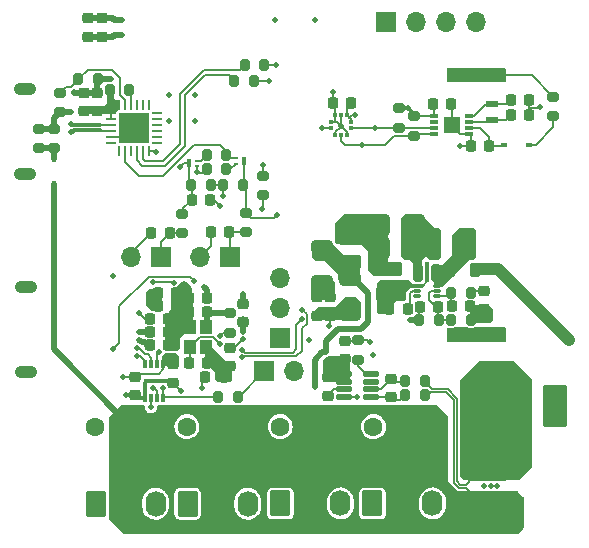
<source format=gbl>
G04 #@! TF.GenerationSoftware,KiCad,Pcbnew,(6.0.7)*
G04 #@! TF.CreationDate,2022-10-27T11:48:24+02:00*
G04 #@! TF.ProjectId,mainControl,6d61696e-436f-46e7-9472-6f6c2e6b6963,rev?*
G04 #@! TF.SameCoordinates,Original*
G04 #@! TF.FileFunction,Copper,L4,Bot*
G04 #@! TF.FilePolarity,Positive*
%FSLAX46Y46*%
G04 Gerber Fmt 4.6, Leading zero omitted, Abs format (unit mm)*
G04 Created by KiCad (PCBNEW (6.0.7)) date 2022-10-27 11:48:24*
%MOMM*%
%LPD*%
G01*
G04 APERTURE LIST*
G04 Aperture macros list*
%AMRoundRect*
0 Rectangle with rounded corners*
0 $1 Rounding radius*
0 $2 $3 $4 $5 $6 $7 $8 $9 X,Y pos of 4 corners*
0 Add a 4 corners polygon primitive as box body*
4,1,4,$2,$3,$4,$5,$6,$7,$8,$9,$2,$3,0*
0 Add four circle primitives for the rounded corners*
1,1,$1+$1,$2,$3*
1,1,$1+$1,$4,$5*
1,1,$1+$1,$6,$7*
1,1,$1+$1,$8,$9*
0 Add four rect primitives between the rounded corners*
20,1,$1+$1,$2,$3,$4,$5,0*
20,1,$1+$1,$4,$5,$6,$7,0*
20,1,$1+$1,$6,$7,$8,$9,0*
20,1,$1+$1,$8,$9,$2,$3,0*%
G04 Aperture macros list end*
G04 #@! TA.AperFunction,ComponentPad*
%ADD10R,1.700000X1.700000*%
G04 #@! TD*
G04 #@! TA.AperFunction,ComponentPad*
%ADD11O,1.700000X1.700000*%
G04 #@! TD*
G04 #@! TA.AperFunction,ComponentPad*
%ADD12RoundRect,0.250000X-0.620000X-0.845000X0.620000X-0.845000X0.620000X0.845000X-0.620000X0.845000X0*%
G04 #@! TD*
G04 #@! TA.AperFunction,ComponentPad*
%ADD13O,1.740000X2.190000*%
G04 #@! TD*
G04 #@! TA.AperFunction,ComponentPad*
%ADD14R,1.600000X1.600000*%
G04 #@! TD*
G04 #@! TA.AperFunction,ComponentPad*
%ADD15C,1.600000*%
G04 #@! TD*
G04 #@! TA.AperFunction,ComponentPad*
%ADD16RoundRect,0.249999X0.790001X1.550001X-0.790001X1.550001X-0.790001X-1.550001X0.790001X-1.550001X0*%
G04 #@! TD*
G04 #@! TA.AperFunction,ComponentPad*
%ADD17O,2.080000X3.600000*%
G04 #@! TD*
G04 #@! TA.AperFunction,ComponentPad*
%ADD18O,1.900000X1.050000*%
G04 #@! TD*
G04 #@! TA.AperFunction,SMDPad,CuDef*
%ADD19RoundRect,0.225000X-0.225000X-0.250000X0.225000X-0.250000X0.225000X0.250000X-0.225000X0.250000X0*%
G04 #@! TD*
G04 #@! TA.AperFunction,SMDPad,CuDef*
%ADD20RoundRect,0.218750X-0.256250X0.218750X-0.256250X-0.218750X0.256250X-0.218750X0.256250X0.218750X0*%
G04 #@! TD*
G04 #@! TA.AperFunction,SMDPad,CuDef*
%ADD21RoundRect,0.225000X0.250000X-0.225000X0.250000X0.225000X-0.250000X0.225000X-0.250000X-0.225000X0*%
G04 #@! TD*
G04 #@! TA.AperFunction,SMDPad,CuDef*
%ADD22RoundRect,0.200000X-0.275000X0.200000X-0.275000X-0.200000X0.275000X-0.200000X0.275000X0.200000X0*%
G04 #@! TD*
G04 #@! TA.AperFunction,SMDPad,CuDef*
%ADD23RoundRect,0.200000X0.200000X0.275000X-0.200000X0.275000X-0.200000X-0.275000X0.200000X-0.275000X0*%
G04 #@! TD*
G04 #@! TA.AperFunction,SMDPad,CuDef*
%ADD24RoundRect,0.200000X0.275000X-0.200000X0.275000X0.200000X-0.275000X0.200000X-0.275000X-0.200000X0*%
G04 #@! TD*
G04 #@! TA.AperFunction,SMDPad,CuDef*
%ADD25RoundRect,0.200000X-0.200000X-0.275000X0.200000X-0.275000X0.200000X0.275000X-0.200000X0.275000X0*%
G04 #@! TD*
G04 #@! TA.AperFunction,SMDPad,CuDef*
%ADD26RoundRect,0.250000X-0.325000X-1.100000X0.325000X-1.100000X0.325000X1.100000X-0.325000X1.100000X0*%
G04 #@! TD*
G04 #@! TA.AperFunction,SMDPad,CuDef*
%ADD27RoundRect,0.225000X-0.250000X0.225000X-0.250000X-0.225000X0.250000X-0.225000X0.250000X0.225000X0*%
G04 #@! TD*
G04 #@! TA.AperFunction,SMDPad,CuDef*
%ADD28RoundRect,0.225000X0.225000X0.250000X-0.225000X0.250000X-0.225000X-0.250000X0.225000X-0.250000X0*%
G04 #@! TD*
G04 #@! TA.AperFunction,SMDPad,CuDef*
%ADD29R,0.400000X0.250000*%
G04 #@! TD*
G04 #@! TA.AperFunction,SMDPad,CuDef*
%ADD30R,0.400000X0.700000*%
G04 #@! TD*
G04 #@! TA.AperFunction,SMDPad,CuDef*
%ADD31R,0.750000X0.300000*%
G04 #@! TD*
G04 #@! TA.AperFunction,SMDPad,CuDef*
%ADD32R,1.360000X1.460000*%
G04 #@! TD*
G04 #@! TA.AperFunction,SMDPad,CuDef*
%ADD33RoundRect,0.062500X-0.350000X-0.062500X0.350000X-0.062500X0.350000X0.062500X-0.350000X0.062500X0*%
G04 #@! TD*
G04 #@! TA.AperFunction,SMDPad,CuDef*
%ADD34RoundRect,0.062500X-0.062500X-0.350000X0.062500X-0.350000X0.062500X0.350000X-0.062500X0.350000X0*%
G04 #@! TD*
G04 #@! TA.AperFunction,SMDPad,CuDef*
%ADD35R,2.600000X2.600000*%
G04 #@! TD*
G04 #@! TA.AperFunction,SMDPad,CuDef*
%ADD36RoundRect,0.250000X0.650000X-0.325000X0.650000X0.325000X-0.650000X0.325000X-0.650000X-0.325000X0*%
G04 #@! TD*
G04 #@! TA.AperFunction,SMDPad,CuDef*
%ADD37R,1.000000X1.150000*%
G04 #@! TD*
G04 #@! TA.AperFunction,SMDPad,CuDef*
%ADD38R,0.300000X0.750000*%
G04 #@! TD*
G04 #@! TA.AperFunction,SMDPad,CuDef*
%ADD39R,1.700000X0.300000*%
G04 #@! TD*
G04 #@! TA.AperFunction,SMDPad,CuDef*
%ADD40RoundRect,0.250000X0.450000X-0.262500X0.450000X0.262500X-0.450000X0.262500X-0.450000X-0.262500X0*%
G04 #@! TD*
G04 #@! TA.AperFunction,SMDPad,CuDef*
%ADD41RoundRect,0.250000X0.325000X0.650000X-0.325000X0.650000X-0.325000X-0.650000X0.325000X-0.650000X0*%
G04 #@! TD*
G04 #@! TA.AperFunction,SMDPad,CuDef*
%ADD42RoundRect,0.125000X-0.537500X-0.125000X0.537500X-0.125000X0.537500X0.125000X-0.537500X0.125000X0*%
G04 #@! TD*
G04 #@! TA.AperFunction,SMDPad,CuDef*
%ADD43R,1.100000X0.600000*%
G04 #@! TD*
G04 #@! TA.AperFunction,SMDPad,CuDef*
%ADD44RoundRect,0.250000X-0.850000X0.375000X-0.850000X-0.375000X0.850000X-0.375000X0.850000X0.375000X0*%
G04 #@! TD*
G04 #@! TA.AperFunction,SMDPad,CuDef*
%ADD45RoundRect,0.250000X0.850000X-0.375000X0.850000X0.375000X-0.850000X0.375000X-0.850000X-0.375000X0*%
G04 #@! TD*
G04 #@! TA.AperFunction,SMDPad,CuDef*
%ADD46RoundRect,0.200000X0.200000X0.525000X-0.200000X0.525000X-0.200000X-0.525000X0.200000X-0.525000X0*%
G04 #@! TD*
G04 #@! TA.AperFunction,SMDPad,CuDef*
%ADD47RoundRect,0.075000X0.225000X0.075000X-0.225000X0.075000X-0.225000X-0.075000X0.225000X-0.075000X0*%
G04 #@! TD*
G04 #@! TA.AperFunction,SMDPad,CuDef*
%ADD48RoundRect,0.075000X0.075000X0.787500X-0.075000X0.787500X-0.075000X-0.787500X0.075000X-0.787500X0*%
G04 #@! TD*
G04 #@! TA.AperFunction,SMDPad,CuDef*
%ADD49R,0.330200X0.304800*%
G04 #@! TD*
G04 #@! TA.AperFunction,SMDPad,CuDef*
%ADD50R,0.304800X0.330200*%
G04 #@! TD*
G04 #@! TA.AperFunction,SMDPad,CuDef*
%ADD51RoundRect,0.218750X-0.218750X-0.381250X0.218750X-0.381250X0.218750X0.381250X-0.218750X0.381250X0*%
G04 #@! TD*
G04 #@! TA.AperFunction,SMDPad,CuDef*
%ADD52R,0.600000X0.450000*%
G04 #@! TD*
G04 #@! TA.AperFunction,SMDPad,CuDef*
%ADD53R,0.450000X0.600000*%
G04 #@! TD*
G04 #@! TA.AperFunction,ViaPad*
%ADD54C,0.500000*%
G04 #@! TD*
G04 #@! TA.AperFunction,Conductor*
%ADD55C,0.200000*%
G04 #@! TD*
G04 #@! TA.AperFunction,Conductor*
%ADD56C,0.300000*%
G04 #@! TD*
G04 #@! TA.AperFunction,Conductor*
%ADD57C,0.127000*%
G04 #@! TD*
G04 #@! TA.AperFunction,Conductor*
%ADD58C,0.500000*%
G04 #@! TD*
G04 #@! TA.AperFunction,Conductor*
%ADD59C,1.000000*%
G04 #@! TD*
G04 APERTURE END LIST*
D10*
X91650000Y-162875000D03*
D11*
X94190000Y-162875000D03*
D12*
X100800000Y-174100000D03*
D13*
X103340000Y-174100000D03*
X105880000Y-174100000D03*
D10*
X101950000Y-133375000D03*
D11*
X104490000Y-133375000D03*
X107030000Y-133375000D03*
X109570000Y-133375000D03*
D10*
X93000000Y-160075000D03*
D11*
X93000000Y-157535000D03*
X93000000Y-154995000D03*
D10*
X82900000Y-153225000D03*
D11*
X80360000Y-153225000D03*
D14*
X87582380Y-167600000D03*
D15*
X85082380Y-167600000D03*
D12*
X85160000Y-174120000D03*
D13*
X87700000Y-174120000D03*
X90240000Y-174120000D03*
D12*
X93000000Y-174100000D03*
D13*
X95540000Y-174100000D03*
X98080000Y-174100000D03*
D14*
X103382380Y-167600000D03*
D15*
X100882380Y-167600000D03*
D14*
X95482380Y-167600000D03*
D15*
X92982380Y-167600000D03*
D16*
X116240000Y-165877500D03*
D17*
X111160000Y-165877500D03*
D10*
X88700000Y-153225000D03*
D11*
X86160000Y-153225000D03*
D12*
X77360000Y-174120000D03*
D13*
X79900000Y-174120000D03*
X82440000Y-174120000D03*
D18*
X71470000Y-162955000D03*
X71470000Y-155805000D03*
X71400000Y-139050000D03*
X71400000Y-146200000D03*
D14*
X79782380Y-167600000D03*
D15*
X77282380Y-167600000D03*
D19*
X86650000Y-163400000D03*
X88200000Y-163400000D03*
D20*
X97200000Y-156612500D03*
X97200000Y-158187500D03*
D21*
X89850000Y-158775000D03*
X89850000Y-157225000D03*
D22*
X116114286Y-139650000D03*
X116114286Y-141300000D03*
D23*
X90725000Y-138300000D03*
X89075000Y-138300000D03*
D22*
X84700000Y-149575000D03*
X84700000Y-151225000D03*
D19*
X85500000Y-148400000D03*
X87050000Y-148400000D03*
X81950000Y-159600000D03*
X83500000Y-159600000D03*
D21*
X97000000Y-164975000D03*
X97000000Y-163425000D03*
D24*
X88725000Y-159625000D03*
X88725000Y-157975000D03*
D25*
X86750000Y-145800000D03*
X88400000Y-145800000D03*
X107475000Y-156300000D03*
X109125000Y-156300000D03*
D26*
X106025000Y-152100000D03*
X108975000Y-152100000D03*
D19*
X81950000Y-160700000D03*
X83500000Y-160700000D03*
D21*
X76700000Y-134575000D03*
X76700000Y-133025000D03*
D19*
X105925000Y-140250000D03*
X107475000Y-140250000D03*
D23*
X89800000Y-147100000D03*
X88150000Y-147100000D03*
D27*
X83925000Y-162325000D03*
X83925000Y-163875000D03*
D22*
X74300000Y-139325000D03*
X74300000Y-140975000D03*
D20*
X96100000Y-156612500D03*
X96100000Y-158187500D03*
D23*
X91625000Y-137000000D03*
X89975000Y-137000000D03*
D21*
X76400000Y-140875000D03*
X76400000Y-139325000D03*
D28*
X86800000Y-156700000D03*
X85250000Y-156700000D03*
D19*
X85250000Y-162200000D03*
X86800000Y-162200000D03*
D29*
X89225000Y-145325000D03*
X89225000Y-144875000D03*
D30*
X89925000Y-145100000D03*
D28*
X83625000Y-151200000D03*
X82075000Y-151200000D03*
D25*
X103575000Y-164950000D03*
X105225000Y-164950000D03*
D31*
X109000000Y-141300000D03*
X109000000Y-141800000D03*
X109000000Y-142300000D03*
X109000000Y-142800000D03*
X106000000Y-142800000D03*
X106000000Y-142300000D03*
X106000000Y-141800000D03*
X106000000Y-141300000D03*
D32*
X107500000Y-142050000D03*
D33*
X78662500Y-143550000D03*
X78662500Y-143050000D03*
X78662500Y-142550000D03*
X78662500Y-142050000D03*
X78662500Y-141550000D03*
X78662500Y-141050000D03*
D34*
X79350000Y-140362500D03*
X79850000Y-140362500D03*
X80350000Y-140362500D03*
X80850000Y-140362500D03*
X81350000Y-140362500D03*
X81850000Y-140362500D03*
D33*
X82537500Y-141050000D03*
X82537500Y-141550000D03*
X82537500Y-142050000D03*
X82537500Y-142550000D03*
X82537500Y-143050000D03*
X82537500Y-143550000D03*
D34*
X81850000Y-144237500D03*
X81350000Y-144237500D03*
X80850000Y-144237500D03*
X80350000Y-144237500D03*
X79850000Y-144237500D03*
X79350000Y-144237500D03*
D35*
X80600000Y-142300000D03*
D28*
X88635000Y-151100000D03*
X87085000Y-151100000D03*
D19*
X112525000Y-141250000D03*
X114075000Y-141250000D03*
D36*
X96500000Y-155375000D03*
X96500000Y-152425000D03*
D19*
X82650000Y-157400000D03*
X84200000Y-157400000D03*
D27*
X80725000Y-163400000D03*
X80725000Y-164950000D03*
D25*
X107475000Y-158600000D03*
X109125000Y-158600000D03*
D37*
X85325000Y-160875000D03*
X85325000Y-159125000D03*
X86725000Y-159125000D03*
X86725000Y-160875000D03*
D19*
X82650000Y-156300000D03*
X84200000Y-156300000D03*
D22*
X99600000Y-160275000D03*
X99600000Y-161925000D03*
D38*
X83075000Y-165150000D03*
X82575000Y-165150000D03*
X82075000Y-165150000D03*
X81575000Y-165150000D03*
X81575000Y-162250000D03*
X82075000Y-162250000D03*
X82575000Y-162250000D03*
X83075000Y-162250000D03*
D39*
X82325000Y-163700000D03*
D24*
X72600000Y-144025000D03*
X72600000Y-142375000D03*
D40*
X111500000Y-173512500D03*
X111500000Y-171687500D03*
D21*
X77900000Y-134575000D03*
X77900000Y-133025000D03*
D19*
X112539286Y-139950000D03*
X114089286Y-139950000D03*
D41*
X104675000Y-150500000D03*
X101725000Y-150500000D03*
D42*
X98362500Y-165075000D03*
X98362500Y-164425000D03*
X98362500Y-163775000D03*
X98362500Y-163125000D03*
X100637500Y-163125000D03*
X100637500Y-163775000D03*
X100637500Y-164425000D03*
X100637500Y-165075000D03*
D43*
X110900000Y-141650000D03*
X110900000Y-140250000D03*
D25*
X87725000Y-165050000D03*
X89375000Y-165050000D03*
D19*
X81950000Y-158500000D03*
X83500000Y-158500000D03*
D44*
X98700000Y-151525000D03*
X98700000Y-153675000D03*
D45*
X102200000Y-156375000D03*
X102200000Y-154225000D03*
D21*
X102400000Y-165075000D03*
X102400000Y-163525000D03*
D25*
X104775000Y-158600000D03*
X106425000Y-158600000D03*
D24*
X91500000Y-148025000D03*
X91500000Y-146375000D03*
D25*
X85450000Y-147100000D03*
X87100000Y-147100000D03*
D46*
X106150000Y-154612500D03*
D47*
X106250000Y-155662500D03*
X106250000Y-156112500D03*
X106250000Y-156562500D03*
X104550000Y-156562500D03*
X104550000Y-156112500D03*
X104550000Y-155662500D03*
D46*
X104650000Y-154612500D03*
D48*
X105400000Y-154475000D03*
D28*
X86800000Y-157900000D03*
X85250000Y-157900000D03*
D49*
X98965801Y-141819037D03*
X98965801Y-142319163D03*
D50*
X98631026Y-142904001D03*
X98130900Y-142904001D03*
X97630774Y-142904001D03*
D49*
X97295999Y-142319163D03*
X97295999Y-141819037D03*
D50*
X97630774Y-141234199D03*
X98130900Y-141234199D03*
X98631026Y-141234199D03*
D27*
X88725000Y-160925000D03*
X88725000Y-162475000D03*
D28*
X99005000Y-140211467D03*
X97455000Y-140211467D03*
D25*
X75875000Y-138200000D03*
X77525000Y-138200000D03*
D19*
X102225000Y-157600000D03*
X103775000Y-157600000D03*
D28*
X106375000Y-157500000D03*
X104825000Y-157500000D03*
D41*
X104675000Y-152500000D03*
X101725000Y-152500000D03*
D51*
X107337500Y-154300000D03*
X109462500Y-154300000D03*
D24*
X103014286Y-142275000D03*
X103014286Y-140625000D03*
D21*
X77500000Y-140875000D03*
X77500000Y-139325000D03*
D25*
X103575000Y-163700000D03*
X105225000Y-163700000D03*
D52*
X111964286Y-143750000D03*
X114064286Y-143750000D03*
D53*
X73800000Y-147050000D03*
X73800000Y-144950000D03*
D24*
X104314286Y-142975000D03*
X104314286Y-141325000D03*
X73800000Y-144025000D03*
X73800000Y-142375000D03*
D21*
X110200000Y-157675000D03*
X110200000Y-156125000D03*
D40*
X109500000Y-173512500D03*
X109500000Y-171687500D03*
D27*
X98450000Y-160325000D03*
X98450000Y-161875000D03*
D28*
X109075000Y-157400000D03*
X107525000Y-157400000D03*
D36*
X98900000Y-158075000D03*
X98900000Y-155125000D03*
D29*
X85925000Y-145075000D03*
X85925000Y-145525000D03*
D30*
X85225000Y-145300000D03*
D23*
X80225000Y-139100000D03*
X78575000Y-139100000D03*
X88400000Y-144600000D03*
X86750000Y-144600000D03*
D22*
X90060000Y-149475000D03*
X90060000Y-151125000D03*
D28*
X110675000Y-143850000D03*
X109125000Y-143850000D03*
D54*
X109600000Y-159800000D03*
X110600000Y-137800000D03*
X107700000Y-159800000D03*
X111500000Y-159800000D03*
X108600000Y-137800000D03*
X108600000Y-159800000D03*
X107600000Y-137800000D03*
X109600000Y-137800000D03*
X111500000Y-137800000D03*
X110500000Y-159800000D03*
X84850000Y-155550000D03*
X78650000Y-138200000D03*
X84250000Y-159600000D03*
X98100000Y-142150000D03*
X107514286Y-142450000D03*
X92555000Y-133145000D03*
X110800000Y-172600000D03*
X110150000Y-158600000D03*
X103700000Y-153100000D03*
X97006717Y-161952748D03*
X103700000Y-152500000D03*
X103700000Y-150650000D03*
X99350000Y-157050000D03*
X111350000Y-172600000D03*
X84550000Y-164550000D03*
X85800000Y-139550000D03*
X85800000Y-141750000D03*
X103700000Y-151900000D03*
X79950000Y-142950000D03*
X97450000Y-139300000D03*
X87900000Y-148900000D03*
X97150000Y-159100000D03*
X84250000Y-160700000D03*
X103700000Y-151300000D03*
X110250000Y-172600000D03*
X83600000Y-141750000D03*
X98450000Y-157000000D03*
X79950000Y-164950000D03*
X108214286Y-143850000D03*
X107514286Y-141650000D03*
X87750000Y-162400000D03*
X103700000Y-150000000D03*
X79950000Y-141650000D03*
X110750000Y-158600000D03*
X83600000Y-139550000D03*
X78850000Y-154800000D03*
X95950000Y-133150000D03*
X78945000Y-133145000D03*
X89850000Y-156400000D03*
X87750000Y-161800000D03*
X97650000Y-161950000D03*
X81250000Y-142950000D03*
X79550000Y-133150000D03*
X115014286Y-140550000D03*
X100850000Y-161500000D03*
X75500000Y-139300000D03*
X81250000Y-141650000D03*
X84250000Y-158500000D03*
X87882394Y-160596938D03*
X88150000Y-148050000D03*
X81050000Y-159550000D03*
X83300000Y-161600000D03*
X103950000Y-158600000D03*
X86350000Y-164350000D03*
X98700000Y-150500000D03*
X100700000Y-154200000D03*
X79700000Y-163400000D03*
X99350000Y-141250000D03*
X81900000Y-156850000D03*
X78650000Y-140500000D03*
X86550000Y-155750000D03*
X99450000Y-150500000D03*
X103800000Y-140650000D03*
X78650000Y-139950000D03*
X100250000Y-151600000D03*
X95400000Y-160250000D03*
X89800000Y-160176503D03*
X100700000Y-153350000D03*
X81900000Y-156250000D03*
X100700000Y-152450000D03*
X100250000Y-150500000D03*
X79550000Y-134450000D03*
X78950000Y-134450000D03*
X97950000Y-150500000D03*
X91500000Y-145450000D03*
X96550000Y-142300000D03*
X116650000Y-159450000D03*
X110750000Y-174550000D03*
X73850000Y-153950000D03*
X110100000Y-174550000D03*
X117450000Y-160250000D03*
X112050000Y-174550000D03*
X109450000Y-174550000D03*
X117050000Y-159850000D03*
X108200000Y-173900000D03*
X111400000Y-174550000D03*
X116250000Y-159050000D03*
X112700000Y-173850000D03*
X89800000Y-159550000D03*
X81050000Y-160250000D03*
X81050000Y-158000000D03*
X84500000Y-145600000D03*
X75250000Y-140950000D03*
X75300000Y-142000000D03*
X75300000Y-142626503D03*
X85950000Y-146050000D03*
X82450000Y-144350000D03*
X92750000Y-149650000D03*
X87900000Y-159900000D03*
X83100000Y-164350000D03*
X91450000Y-149200000D03*
X92000000Y-138300000D03*
X92650000Y-137000000D03*
X82188873Y-164361127D03*
X82050000Y-165950000D03*
X80897226Y-161604923D03*
X80890725Y-160963249D03*
X82700000Y-161300000D03*
X100550000Y-160450000D03*
X95950000Y-164250000D03*
X99450000Y-165050000D03*
X96850000Y-161300000D03*
X99950000Y-143750000D03*
X100980837Y-142319163D03*
X94850000Y-157700000D03*
X89733309Y-161694436D03*
X89750893Y-161068181D03*
X94800000Y-158500000D03*
X85650000Y-155300000D03*
X78850000Y-161050000D03*
X82250000Y-155350000D03*
X83965000Y-155448583D03*
D55*
X110500000Y-159800000D02*
X111500000Y-159800000D01*
X109600000Y-159800000D02*
X110500000Y-159800000D01*
X108600000Y-159800000D02*
X107700000Y-159800000D01*
X111500000Y-137800000D02*
X110700000Y-137800000D01*
X109600000Y-159800000D02*
X108600000Y-159800000D01*
X114264286Y-137800000D02*
X111500000Y-137800000D01*
X116114286Y-139650000D02*
X114264286Y-137800000D01*
X109600000Y-137800000D02*
X108600000Y-137800000D01*
X110700000Y-137800000D02*
X110600000Y-137800000D01*
X108600000Y-137800000D02*
X107600000Y-137800000D01*
X110600000Y-137800000D02*
X109600000Y-137800000D01*
X103700000Y-153100000D02*
X103700000Y-152500000D01*
D56*
X80925000Y-165150000D02*
X80725000Y-164950000D01*
D57*
X87400000Y-148400000D02*
X87900000Y-148900000D01*
D55*
X97009465Y-161950000D02*
X97650000Y-161950000D01*
D56*
X81575000Y-163875000D02*
X81750000Y-163700000D01*
D55*
X87750000Y-162400000D02*
X87750000Y-161800000D01*
X107514286Y-141650000D02*
X107514286Y-140289286D01*
X83925000Y-163875000D02*
X83925000Y-163925000D01*
X97006717Y-161952748D02*
X97009465Y-161950000D01*
D58*
X85250000Y-156700000D02*
X85250000Y-157900000D01*
X77500000Y-139325000D02*
X77500000Y-138225000D01*
X85250000Y-155950000D02*
X85250000Y-156700000D01*
X85250000Y-157900000D02*
X85250000Y-159050000D01*
D55*
X107500000Y-141664286D02*
X107514286Y-141650000D01*
D57*
X87050000Y-148400000D02*
X87400000Y-148400000D01*
D55*
X114075000Y-139964286D02*
X114089286Y-139950000D01*
X79950000Y-142950000D02*
X79850000Y-143050000D01*
X104675000Y-152500000D02*
X104075000Y-153100000D01*
X107500000Y-142435714D02*
X107500000Y-142050000D01*
D58*
X84200000Y-157400000D02*
X84200000Y-157800000D01*
D55*
X98362500Y-163725000D02*
X98062500Y-163425000D01*
D56*
X81575000Y-165150000D02*
X80925000Y-165150000D01*
D55*
X98900000Y-158075000D02*
X98900000Y-157500000D01*
X107514286Y-142450000D02*
X107514286Y-141650000D01*
X103700000Y-152500000D02*
X103700000Y-151900000D01*
X107500000Y-142050000D02*
X107500000Y-141664286D01*
X97630774Y-142669226D02*
X98100000Y-142200000D01*
X104650000Y-152525000D02*
X104675000Y-152500000D01*
D58*
X84200000Y-156200000D02*
X84200000Y-157400000D01*
D55*
X97630774Y-141680774D02*
X97769037Y-141819037D01*
D56*
X80725000Y-164950000D02*
X79950000Y-164950000D01*
D55*
X109125000Y-143850000D02*
X109125000Y-142925000D01*
X98062500Y-163425000D02*
X98362500Y-163125000D01*
D58*
X78945000Y-133145000D02*
X79545000Y-133145000D01*
X109125000Y-158600000D02*
X110150000Y-158600000D01*
X79545000Y-133145000D02*
X79550000Y-133150000D01*
D55*
X109000000Y-142800000D02*
X108250000Y-142800000D01*
X103700000Y-151300000D02*
X103700000Y-150650000D01*
D58*
X77525000Y-138200000D02*
X78650000Y-138200000D01*
X84850000Y-155550000D02*
X84200000Y-156200000D01*
D55*
X114975000Y-140589286D02*
X115014286Y-140550000D01*
X98900000Y-158075000D02*
X98900000Y-157450000D01*
X98900000Y-157450000D02*
X98450000Y-157000000D01*
D58*
X76400000Y-139325000D02*
X77500000Y-139325000D01*
D57*
X80360000Y-152890000D02*
X80360000Y-153225000D01*
D55*
X81250000Y-142950000D02*
X80600000Y-142300000D01*
X104675000Y-152500000D02*
X105625000Y-152500000D01*
X97630774Y-141234199D02*
X97630774Y-141680774D01*
X98362500Y-163775000D02*
X98362500Y-163725000D01*
X79950000Y-141650000D02*
X80600000Y-142300000D01*
X98631026Y-142904001D02*
X98631026Y-142681026D01*
X97455000Y-140211467D02*
X97455000Y-139305000D01*
X109125000Y-158600000D02*
X109275000Y-158600000D01*
X109125000Y-158600000D02*
X109125000Y-157450000D01*
D57*
X97455000Y-139305000D02*
X97450000Y-139300000D01*
D55*
X108250000Y-142800000D02*
X107500000Y-142050000D01*
X109075000Y-157400000D02*
X109925000Y-157400000D01*
X104675000Y-152500000D02*
X104675000Y-150500000D01*
D58*
X78825000Y-133025000D02*
X78945000Y-133145000D01*
X75500000Y-139300000D02*
X75525000Y-139325000D01*
X77900000Y-133025000D02*
X78825000Y-133025000D01*
D55*
X97630774Y-141234199D02*
X97630774Y-140387241D01*
D58*
X89850000Y-157225000D02*
X89850000Y-156400000D01*
X85250000Y-159050000D02*
X85325000Y-159125000D01*
D55*
X107514286Y-142064286D02*
X107500000Y-142050000D01*
X87550000Y-162200000D02*
X87750000Y-162400000D01*
X79850000Y-143050000D02*
X78662500Y-143050000D01*
D56*
X83925000Y-163875000D02*
X83750000Y-163700000D01*
D55*
X114075000Y-141250000D02*
X114075000Y-140589286D01*
X107514286Y-142450000D02*
X107500000Y-142435714D01*
X83500000Y-160700000D02*
X84250000Y-160700000D01*
D57*
X82050000Y-151200000D02*
X80360000Y-152890000D01*
D58*
X110150000Y-158600000D02*
X110750000Y-158600000D01*
D55*
X97295999Y-141819037D02*
X97769037Y-141819037D01*
D58*
X77500000Y-138225000D02*
X77525000Y-138200000D01*
D55*
X114075000Y-140589286D02*
X114975000Y-140589286D01*
X98130900Y-141234199D02*
X98130900Y-142119100D01*
D56*
X83750000Y-163700000D02*
X82325000Y-163700000D01*
D55*
X86800000Y-160950000D02*
X86725000Y-160875000D01*
D56*
X81750000Y-163700000D02*
X82325000Y-163700000D01*
D55*
X97769037Y-141819037D02*
X98100000Y-142150000D01*
D57*
X87085000Y-151100000D02*
X87085000Y-152300000D01*
D55*
X98130900Y-142119100D02*
X98100000Y-142150000D01*
D58*
X75525000Y-139325000D02*
X76400000Y-139325000D01*
D55*
X81250000Y-141650000D02*
X80600000Y-142300000D01*
X86800000Y-162200000D02*
X86800000Y-160950000D01*
X97630774Y-140387241D02*
X97455000Y-140211467D01*
X98631026Y-142681026D02*
X98100000Y-142150000D01*
D56*
X81575000Y-165150000D02*
X81575000Y-163875000D01*
D58*
X83500000Y-158500000D02*
X83500000Y-160700000D01*
D55*
X83500000Y-159600000D02*
X84250000Y-159600000D01*
X109125000Y-142925000D02*
X109000000Y-142800000D01*
X97150000Y-159100000D02*
X97200000Y-159050000D01*
X104650000Y-154612500D02*
X104650000Y-152525000D01*
X107514286Y-140289286D02*
X107475000Y-140250000D01*
D57*
X82075000Y-151200000D02*
X82050000Y-151200000D01*
D55*
X97200000Y-159050000D02*
X97200000Y-158187500D01*
X103700000Y-150650000D02*
X103700000Y-150000000D01*
D57*
X87085000Y-152300000D02*
X86160000Y-153225000D01*
D58*
X84200000Y-156300000D02*
X84200000Y-157400000D01*
D55*
X105625000Y-152500000D02*
X106025000Y-152100000D01*
X86800000Y-162200000D02*
X87550000Y-162200000D01*
X109125000Y-157450000D02*
X109075000Y-157400000D01*
X103700000Y-151900000D02*
X103700000Y-151300000D01*
X98100000Y-142200000D02*
X98100000Y-142150000D01*
X109125000Y-143850000D02*
X108214286Y-143850000D01*
D58*
X84200000Y-157800000D02*
X83500000Y-158500000D01*
X76700000Y-133025000D02*
X77900000Y-133025000D01*
D55*
X97630774Y-142904001D02*
X97630774Y-142669226D01*
X109925000Y-157400000D02*
X110200000Y-157675000D01*
X109275000Y-158600000D02*
X110200000Y-157675000D01*
X97000000Y-163425000D02*
X98062500Y-163425000D01*
X83500000Y-158500000D02*
X84250000Y-158500000D01*
D58*
X84850000Y-155550000D02*
X85250000Y-155950000D01*
D55*
X107514286Y-142450000D02*
X107514286Y-142064286D01*
X114075000Y-140589286D02*
X114075000Y-139964286D01*
X83925000Y-163925000D02*
X84550000Y-164550000D01*
X79950000Y-142950000D02*
X80600000Y-142300000D01*
X98900000Y-157500000D02*
X99350000Y-157050000D01*
X104075000Y-153100000D02*
X103700000Y-153100000D01*
X85325000Y-160875000D02*
X85325000Y-162125000D01*
X87882394Y-160582394D02*
X87300000Y-160000000D01*
X85325000Y-162125000D02*
X85250000Y-162200000D01*
X86200000Y-160000000D02*
X85325000Y-160875000D01*
X87882394Y-160596938D02*
X87882394Y-160582394D01*
X87300000Y-160000000D02*
X86200000Y-160000000D01*
D58*
X86800000Y-157900000D02*
X86800000Y-159050000D01*
X86875000Y-157975000D02*
X86800000Y-157900000D01*
X88725000Y-157975000D02*
X86875000Y-157975000D01*
X86800000Y-159050000D02*
X86725000Y-159125000D01*
D55*
X104775000Y-158600000D02*
X104775000Y-157550000D01*
D58*
X77900000Y-134575000D02*
X78825000Y-134575000D01*
D55*
X86350000Y-163700000D02*
X86650000Y-163400000D01*
X100800000Y-154200000D02*
X100700000Y-154200000D01*
D56*
X83850000Y-162250000D02*
X83925000Y-162325000D01*
D55*
X98965801Y-141568974D02*
X98631026Y-141234199D01*
X78662500Y-141050000D02*
X78662500Y-140512500D01*
D57*
X81900000Y-159550000D02*
X81950000Y-159600000D01*
D55*
X100700000Y-152450000D02*
X100250000Y-152000000D01*
X86350000Y-164350000D02*
X86350000Y-163700000D01*
X82100000Y-156850000D02*
X82650000Y-156300000D01*
X104775000Y-157550000D02*
X104825000Y-157500000D01*
D58*
X81050000Y-159550000D02*
X81900000Y-159550000D01*
D55*
X99065801Y-141234199D02*
X99334199Y-141234199D01*
X98631026Y-141234199D02*
X98631026Y-140585441D01*
X78662500Y-140512500D02*
X78650000Y-140500000D01*
X98850000Y-141450000D02*
X99065801Y-141234199D01*
X78787500Y-140362500D02*
X78650000Y-140500000D01*
X97295999Y-142319163D02*
X96569163Y-142319163D01*
X80725000Y-163400000D02*
X79700000Y-163400000D01*
X101725000Y-152500000D02*
X101725000Y-153750000D01*
X106000000Y-140325000D02*
X105925000Y-140250000D01*
X88725000Y-160925000D02*
X89051503Y-160925000D01*
X100700000Y-153350000D02*
X100700000Y-154200000D01*
D58*
X78825000Y-134575000D02*
X78950000Y-134450000D01*
D55*
X100250000Y-152000000D02*
X100250000Y-151600000D01*
X82650000Y-157400000D02*
X82200000Y-156950000D01*
X100250000Y-150500000D02*
X99450000Y-150500000D01*
X106000000Y-141300000D02*
X104339286Y-141300000D01*
X79350000Y-140362500D02*
X78787500Y-140362500D01*
X83075000Y-161825000D02*
X83300000Y-161600000D01*
X101725000Y-153750000D02*
X102200000Y-154225000D01*
X98700000Y-150500000D02*
X97950000Y-150500000D01*
X98965801Y-141819037D02*
X98965801Y-141568974D01*
D58*
X86800000Y-156700000D02*
X86800000Y-156000000D01*
D55*
X82200000Y-156950000D02*
X82100000Y-156850000D01*
D58*
X86800000Y-156000000D02*
X86550000Y-155750000D01*
X78950000Y-134450000D02*
X79550000Y-134450000D01*
D55*
X100250000Y-151600000D02*
X100250000Y-150500000D01*
X78575000Y-139100000D02*
X78575000Y-139875000D01*
X76575000Y-141050000D02*
X76400000Y-140875000D01*
X89051503Y-160925000D02*
X89800000Y-160176503D01*
X98631026Y-140585441D02*
X99005000Y-140211467D01*
D57*
X87100000Y-147100000D02*
X88150000Y-147100000D01*
D56*
X103800000Y-140650000D02*
X104314286Y-141164286D01*
D55*
X78662500Y-141550000D02*
X78662500Y-141050000D01*
D57*
X88150000Y-147100000D02*
X88150000Y-148050000D01*
D55*
X83075000Y-162725000D02*
X82700000Y-163100000D01*
D57*
X91500000Y-146375000D02*
X91500000Y-145450000D01*
D55*
X104339286Y-141300000D02*
X104314286Y-141325000D01*
D58*
X104775000Y-158600000D02*
X103950000Y-158600000D01*
D55*
X81025000Y-163100000D02*
X80725000Y-163400000D01*
X83075000Y-162250000D02*
X83075000Y-162725000D01*
X81900000Y-156850000D02*
X82100000Y-156850000D01*
X78650000Y-140500000D02*
X78650000Y-139950000D01*
D58*
X76700000Y-134575000D02*
X77900000Y-134575000D01*
D55*
X106000000Y-141300000D02*
X106000000Y-140325000D01*
X83075000Y-162250000D02*
X83075000Y-161825000D01*
X82700000Y-163100000D02*
X81025000Y-163100000D01*
D56*
X103800000Y-140650000D02*
X103775000Y-140625000D01*
D57*
X99334199Y-141234199D02*
X99350000Y-141250000D01*
D55*
X100700000Y-152450000D02*
X100700000Y-153350000D01*
D56*
X103775000Y-140625000D02*
X103014286Y-140625000D01*
D55*
X78662500Y-141050000D02*
X76575000Y-141050000D01*
D56*
X104314286Y-141164286D02*
X104314286Y-141325000D01*
D55*
X99450000Y-150500000D02*
X98700000Y-150500000D01*
X102200000Y-154225000D02*
X100825000Y-154225000D01*
D57*
X96569163Y-142319163D02*
X96550000Y-142300000D01*
D55*
X100825000Y-154225000D02*
X100800000Y-154200000D01*
X101725000Y-150500000D02*
X101725000Y-152500000D01*
X78575000Y-139875000D02*
X78650000Y-139950000D01*
D56*
X83075000Y-162250000D02*
X83850000Y-162250000D01*
D55*
X98362500Y-164425000D02*
X97550000Y-164425000D01*
X97550000Y-164425000D02*
X97000000Y-164975000D01*
D57*
X108100000Y-172750000D02*
X107700000Y-172350000D01*
X105775000Y-164700000D02*
X105225000Y-165250000D01*
X107700000Y-172350000D02*
X107700000Y-165350000D01*
D58*
X109462500Y-154300000D02*
X109900000Y-154300000D01*
X73800000Y-161050000D02*
X79782380Y-167032380D01*
X73800000Y-147050000D02*
X73800000Y-161050000D01*
D57*
X109500000Y-173512500D02*
X109500000Y-173500000D01*
D59*
X117450000Y-160250000D02*
X111450000Y-154250000D01*
D58*
X109900000Y-154300000D02*
X109950000Y-154250000D01*
D59*
X111450000Y-154250000D02*
X109950000Y-154250000D01*
X109500000Y-173512500D02*
X111500000Y-173512500D01*
D57*
X107700000Y-165350000D02*
X107050000Y-164700000D01*
D58*
X79782380Y-167600000D02*
X79782380Y-174002380D01*
X79782380Y-174002380D02*
X79900000Y-174120000D01*
D57*
X108750000Y-172750000D02*
X108100000Y-172750000D01*
D58*
X79782380Y-167032380D02*
X79782380Y-167600000D01*
D57*
X107050000Y-164700000D02*
X105775000Y-164700000D01*
X109500000Y-173500000D02*
X108750000Y-172750000D01*
D55*
X102100000Y-165075000D02*
X102400000Y-165375000D01*
X100637500Y-165075000D02*
X102100000Y-165075000D01*
X103150000Y-165375000D02*
X103575000Y-164950000D01*
X102400000Y-165375000D02*
X103150000Y-165375000D01*
X102125000Y-163825000D02*
X103450000Y-163825000D01*
X100637500Y-164425000D02*
X101525000Y-164425000D01*
X103450000Y-163825000D02*
X103575000Y-163700000D01*
X101525000Y-164425000D02*
X102125000Y-163825000D01*
X107337500Y-154300000D02*
X107400000Y-154300000D01*
X108975000Y-152725000D02*
X108975000Y-152100000D01*
X106250000Y-154712500D02*
X106150000Y-154612500D01*
X107025000Y-154612500D02*
X107337500Y-154300000D01*
X106150000Y-154612500D02*
X107025000Y-154612500D01*
X106250000Y-155662500D02*
X106250000Y-154712500D01*
X107400000Y-154300000D02*
X108975000Y-152725000D01*
X81550000Y-158500000D02*
X81050000Y-158000000D01*
X81950000Y-158500000D02*
X81550000Y-158500000D01*
D58*
X81500000Y-160450000D02*
X81750000Y-160700000D01*
X81750000Y-160700000D02*
X81950000Y-160700000D01*
X81050000Y-160250000D02*
X81250000Y-160450000D01*
D55*
X89825000Y-159525000D02*
X89800000Y-159550000D01*
D58*
X81250000Y-160450000D02*
X81500000Y-160450000D01*
X89825000Y-158475000D02*
X89825000Y-159525000D01*
D55*
X110200000Y-156125000D02*
X109300000Y-156125000D01*
X109300000Y-156125000D02*
X109125000Y-156300000D01*
X102225000Y-157600000D02*
X102225000Y-156400000D01*
X105400000Y-154475000D02*
X105400000Y-155300000D01*
X102225000Y-156400000D02*
X102200000Y-156375000D01*
X102825000Y-156375000D02*
X102200000Y-156375000D01*
X105400000Y-155300000D02*
X105037500Y-155662500D01*
X105037500Y-155662500D02*
X104550000Y-155662500D01*
X104550000Y-155662500D02*
X103537500Y-155662500D01*
X103537500Y-155662500D02*
X102825000Y-156375000D01*
X104550000Y-156112500D02*
X104187500Y-156112500D01*
X104000000Y-156300000D02*
X104000000Y-157375000D01*
X104000000Y-157375000D02*
X103775000Y-157600000D01*
X104187500Y-156112500D02*
X104000000Y-156300000D01*
X107475000Y-156300000D02*
X107475000Y-157350000D01*
X107475000Y-157350000D02*
X107525000Y-157400000D01*
X107212500Y-156562500D02*
X107475000Y-156300000D01*
X106250000Y-156562500D02*
X107212500Y-156562500D01*
X107475000Y-158600000D02*
X106425000Y-158600000D01*
X106200000Y-157500000D02*
X105600000Y-156900000D01*
X105600000Y-156300000D02*
X105787500Y-156112500D01*
X105600000Y-156900000D02*
X105600000Y-156300000D01*
X106375000Y-157500000D02*
X106200000Y-157500000D01*
X105787500Y-156112500D02*
X106250000Y-156112500D01*
X106375000Y-158550000D02*
X106425000Y-158600000D01*
X106375000Y-157500000D02*
X106375000Y-158550000D01*
X109000000Y-141800000D02*
X110750000Y-141800000D01*
X112125000Y-141650000D02*
X112525000Y-141250000D01*
X110750000Y-141800000D02*
X110900000Y-141650000D01*
X110900000Y-141650000D02*
X112125000Y-141650000D01*
X110414286Y-140250000D02*
X110900000Y-140250000D01*
X110900000Y-140250000D02*
X112125000Y-140250000D01*
X109000000Y-141300000D02*
X109364286Y-141300000D01*
X109364286Y-141300000D02*
X110414286Y-140250000D01*
X112125000Y-140250000D02*
X112425000Y-139950000D01*
X112014286Y-143800000D02*
X110725000Y-143800000D01*
X110725000Y-143800000D02*
X110675000Y-143850000D01*
X110675000Y-143110714D02*
X110675000Y-143850000D01*
X109000000Y-142300000D02*
X109864286Y-142300000D01*
X109864286Y-142300000D02*
X110675000Y-143110714D01*
D57*
X85225000Y-146875000D02*
X85450000Y-147100000D01*
X84700000Y-149200000D02*
X85500000Y-148400000D01*
X85225000Y-145300000D02*
X85225000Y-146875000D01*
D55*
X85225000Y-145300000D02*
X84800000Y-145300000D01*
D57*
X84700000Y-149575000D02*
X84700000Y-149200000D01*
X85500000Y-148400000D02*
X85500000Y-147150000D01*
X85500000Y-147150000D02*
X85450000Y-147100000D01*
D55*
X84800000Y-145300000D02*
X84500000Y-145600000D01*
D57*
X88700000Y-151165000D02*
X88635000Y-151100000D01*
D55*
X88635000Y-151100000D02*
X90035000Y-151100000D01*
X90035000Y-151100000D02*
X90060000Y-151125000D01*
D57*
X88700000Y-153225000D02*
X88700000Y-151165000D01*
X82900000Y-151925000D02*
X82900000Y-153225000D01*
D55*
X84675000Y-151200000D02*
X84700000Y-151225000D01*
X83625000Y-151200000D02*
X84675000Y-151200000D01*
D57*
X83625000Y-151200000D02*
X82900000Y-151925000D01*
D55*
X116114286Y-142250000D02*
X116114286Y-141300000D01*
X114064286Y-143750000D02*
X114614286Y-143750000D01*
X114614286Y-143750000D02*
X116114286Y-142250000D01*
D58*
X72600000Y-144025000D02*
X73800000Y-144025000D01*
X73800000Y-144950000D02*
X73800000Y-144025000D01*
D57*
X89375000Y-165050000D02*
X89475000Y-165050000D01*
X89475000Y-165050000D02*
X91650000Y-162875000D01*
D58*
X75225000Y-140975000D02*
X75250000Y-140950000D01*
X72600000Y-142375000D02*
X73800000Y-142375000D01*
X73800000Y-141475000D02*
X74300000Y-140975000D01*
X73800000Y-142375000D02*
X73800000Y-141475000D01*
X74300000Y-140975000D02*
X75225000Y-140975000D01*
D56*
X75373000Y-142073000D02*
X77727000Y-142073000D01*
D55*
X77750000Y-142050000D02*
X78662500Y-142050000D01*
X77727000Y-142073000D02*
X77750000Y-142050000D01*
D56*
X75300000Y-142000000D02*
X75373000Y-142073000D01*
X75545291Y-142500000D02*
X77700000Y-142500000D01*
D55*
X78662500Y-142550000D02*
X77750000Y-142550000D01*
D56*
X75418788Y-142626503D02*
X75545291Y-142500000D01*
D55*
X77750000Y-142550000D02*
X77700000Y-142500000D01*
D56*
X75300000Y-142626503D02*
X75418788Y-142626503D01*
D57*
X86275000Y-145075000D02*
X86750000Y-144600000D01*
X85925000Y-145075000D02*
X86275000Y-145075000D01*
X86000000Y-146100000D02*
X85950000Y-146050000D01*
X86750000Y-145800000D02*
X86450000Y-146100000D01*
X86450000Y-146100000D02*
X86000000Y-146100000D01*
X81850000Y-144237500D02*
X82337500Y-144237500D01*
X82337500Y-144237500D02*
X82450000Y-144350000D01*
X85950000Y-145550000D02*
X85925000Y-145525000D01*
X85950000Y-146050000D02*
X85950000Y-145550000D01*
X88750000Y-145800000D02*
X89225000Y-145325000D01*
X88400000Y-145800000D02*
X88750000Y-145800000D01*
X89225000Y-144875000D02*
X88675000Y-144875000D01*
X87900000Y-143750000D02*
X85650000Y-143750000D01*
X88400000Y-144600000D02*
X88400000Y-144250000D01*
X85650000Y-143750000D02*
X83050000Y-146350000D01*
X88675000Y-144875000D02*
X88400000Y-144600000D01*
X83050000Y-146350000D02*
X81050000Y-146350000D01*
X88400000Y-144250000D02*
X87900000Y-143750000D01*
X81050000Y-146350000D02*
X79850000Y-145150000D01*
X79850000Y-145150000D02*
X79850000Y-144237500D01*
X89925000Y-146975000D02*
X89800000Y-147100000D01*
D55*
X90060000Y-149475000D02*
X90485000Y-149900000D01*
D57*
X90060000Y-147360000D02*
X89800000Y-147100000D01*
D55*
X92500000Y-149900000D02*
X92750000Y-149650000D01*
X90485000Y-149900000D02*
X92500000Y-149900000D01*
D57*
X90060000Y-149475000D02*
X90060000Y-147360000D01*
X89925000Y-145100000D02*
X89925000Y-146975000D01*
D55*
X87900000Y-159900000D02*
X88175000Y-159625000D01*
X88175000Y-159625000D02*
X88725000Y-159625000D01*
D57*
X83075000Y-165150000D02*
X83175000Y-165050000D01*
X83175000Y-165050000D02*
X87725000Y-165050000D01*
X83100000Y-164350000D02*
X83100000Y-165125000D01*
X83100000Y-165125000D02*
X83075000Y-165150000D01*
X105250000Y-163850000D02*
X105846000Y-164446000D01*
X107954000Y-172204000D02*
X108246000Y-172496000D01*
D59*
X111500000Y-171687500D02*
X109500000Y-171687500D01*
D57*
X107954000Y-165244790D02*
X107954000Y-172204000D01*
X107155210Y-164446000D02*
X107954000Y-165244790D01*
X109500000Y-171700000D02*
X109500000Y-171687500D01*
X105846000Y-164446000D02*
X107155210Y-164446000D01*
X108704000Y-172496000D02*
X109500000Y-171700000D01*
X105225000Y-163850000D02*
X105250000Y-163850000D01*
X108246000Y-172496000D02*
X108704000Y-172496000D01*
D55*
X99600000Y-162500000D02*
X99600000Y-161925000D01*
X100637500Y-163125000D02*
X100225000Y-163125000D01*
X100225000Y-163125000D02*
X99600000Y-162500000D01*
D57*
X91500000Y-149150000D02*
X91450000Y-149200000D01*
X91500000Y-148025000D02*
X91500000Y-149150000D01*
D55*
X76675000Y-137400000D02*
X75875000Y-138200000D01*
X78750000Y-137400000D02*
X76675000Y-137400000D01*
X74825000Y-138800000D02*
X75275000Y-138800000D01*
X79400000Y-138050000D02*
X78750000Y-137400000D01*
X79850000Y-139950000D02*
X79400000Y-139500000D01*
X74300000Y-139325000D02*
X74825000Y-138800000D01*
X79850000Y-140362500D02*
X79850000Y-139950000D01*
X75275000Y-138800000D02*
X75875000Y-138200000D01*
X79400000Y-139500000D02*
X79400000Y-138050000D01*
X80350000Y-139225000D02*
X80225000Y-139100000D01*
X80350000Y-140362500D02*
X80350000Y-139225000D01*
X90725000Y-138300000D02*
X92000000Y-138300000D01*
D57*
X88625000Y-137850000D02*
X89075000Y-138300000D01*
X80850000Y-145050000D02*
X81300000Y-145500000D01*
X80850000Y-144237500D02*
X80850000Y-145050000D01*
X84900000Y-143850000D02*
X84900000Y-139550000D01*
X86600000Y-137850000D02*
X88625000Y-137850000D01*
X83250000Y-145500000D02*
X84900000Y-143850000D01*
X84900000Y-139550000D02*
X86600000Y-137850000D01*
X81300000Y-145500000D02*
X83250000Y-145500000D01*
D55*
X91625000Y-137000000D02*
X92650000Y-137000000D01*
D57*
X81350000Y-144237500D02*
X81350000Y-144900000D01*
X84500000Y-139400000D02*
X86500000Y-137400000D01*
X81550000Y-145100000D02*
X83050000Y-145100000D01*
X89575000Y-137400000D02*
X89975000Y-137000000D01*
X81350000Y-144900000D02*
X81550000Y-145100000D01*
X84500000Y-143650000D02*
X84500000Y-139400000D01*
X86500000Y-137400000D02*
X89575000Y-137400000D01*
X83050000Y-145100000D02*
X84500000Y-143650000D01*
X82575000Y-164575000D02*
X82300000Y-164300000D01*
X82150000Y-164322254D02*
X82188873Y-164361127D01*
X82300000Y-164300000D02*
X82150000Y-164300000D01*
X82575000Y-165150000D02*
X82575000Y-164575000D01*
X82150000Y-164300000D02*
X82150000Y-164322254D01*
X82075000Y-165925000D02*
X82075000Y-165150000D01*
X82050000Y-165950000D02*
X82075000Y-165925000D01*
X81575000Y-162075000D02*
X81575000Y-162250000D01*
X81104923Y-161604923D02*
X81575000Y-162075000D01*
X80897226Y-161604923D02*
X81104923Y-161604923D01*
X81777000Y-161450000D02*
X82075000Y-161748000D01*
X82075000Y-161748000D02*
X82075000Y-162250000D01*
X80890725Y-160963249D02*
X81013249Y-160963249D01*
X81500000Y-161450000D02*
X81777000Y-161450000D01*
X81013249Y-160963249D02*
X81500000Y-161450000D01*
X82575000Y-162250000D02*
X82575000Y-161425000D01*
X82575000Y-161425000D02*
X82700000Y-161300000D01*
D55*
X100375000Y-160275000D02*
X99600000Y-160275000D01*
X99550000Y-160325000D02*
X99600000Y-160275000D01*
X100550000Y-160450000D02*
X100375000Y-160275000D01*
X98450000Y-160325000D02*
X99550000Y-160325000D01*
X99425000Y-165075000D02*
X98362500Y-165075000D01*
D58*
X96850000Y-161300000D02*
X96850000Y-160350000D01*
X99275000Y-155125000D02*
X98900000Y-155125000D01*
X99850000Y-159300000D02*
X100450000Y-158700000D01*
X96850000Y-160350000D02*
X97900000Y-159300000D01*
X100450000Y-156300000D02*
X99275000Y-155125000D01*
X96561376Y-161300000D02*
X95950000Y-161911376D01*
X100450000Y-158700000D02*
X100450000Y-156300000D01*
X95950000Y-161911376D02*
X95950000Y-164250000D01*
X97900000Y-159300000D02*
X99850000Y-159300000D01*
D55*
X99450000Y-165050000D02*
X99425000Y-165075000D01*
D58*
X96850000Y-161300000D02*
X96561376Y-161300000D01*
D57*
X98450000Y-143750000D02*
X98130900Y-143430900D01*
D55*
X106000000Y-142800000D02*
X104489286Y-142800000D01*
D57*
X102625000Y-142975000D02*
X101850000Y-143750000D01*
X99950000Y-143750000D02*
X98450000Y-143750000D01*
D55*
X104489286Y-142800000D02*
X104314286Y-142975000D01*
D57*
X104314286Y-142975000D02*
X102625000Y-142975000D01*
X98130900Y-143430900D02*
X98130900Y-142904001D01*
X101850000Y-143750000D02*
X99950000Y-143750000D01*
D55*
X103039286Y-142300000D02*
X103014286Y-142275000D01*
D57*
X98965801Y-142319163D02*
X100980837Y-142319163D01*
X102970123Y-142319163D02*
X100980837Y-142319163D01*
X103014286Y-142275000D02*
X102970123Y-142319163D01*
D55*
X106000000Y-142300000D02*
X103039286Y-142300000D01*
D57*
X94850000Y-159261481D02*
X95240500Y-158870981D01*
X94850000Y-161150000D02*
X94850000Y-159261481D01*
X95240500Y-158090500D02*
X94850000Y-157700000D01*
X89733309Y-161694436D02*
X89777745Y-161650000D01*
X94350000Y-161650000D02*
X94850000Y-161150000D01*
X95240500Y-158870981D02*
X95240500Y-158090500D01*
X89777745Y-161650000D02*
X94350000Y-161650000D01*
X90032712Y-161350000D02*
X94050000Y-161350000D01*
X94050000Y-161350000D02*
X94350000Y-161050000D01*
X94350000Y-161050000D02*
X94350000Y-158950000D01*
X94350000Y-158950000D02*
X94800000Y-158500000D01*
X89750893Y-161068181D02*
X90032712Y-161350000D01*
X85650000Y-155300000D02*
X85650000Y-155200000D01*
X85350000Y-154900000D02*
X81850000Y-154900000D01*
X79350000Y-157400000D02*
X79350000Y-160550000D01*
X85650000Y-155200000D02*
X85350000Y-154900000D01*
X79350000Y-160550000D02*
X78850000Y-161050000D01*
X81850000Y-154900000D02*
X79350000Y-157400000D01*
X83965000Y-155448583D02*
X83866417Y-155350000D01*
X83866417Y-155350000D02*
X82250000Y-155350000D01*
G04 #@! TA.AperFunction,Conductor*
G36*
X97318306Y-155068306D02*
G01*
X97631694Y-155381694D01*
X97650000Y-155425888D01*
X97650000Y-156824112D01*
X97631694Y-156868306D01*
X97618306Y-156881694D01*
X97574112Y-156900000D01*
X96075888Y-156900000D01*
X96031694Y-156881694D01*
X95618306Y-156468306D01*
X95600000Y-156424112D01*
X95600000Y-155175888D01*
X95618306Y-155131694D01*
X95681694Y-155068306D01*
X95725888Y-155050000D01*
X97274112Y-155050000D01*
X97318306Y-155068306D01*
G37*
G04 #@! TD.AperFunction*
G04 #@! TA.AperFunction,Conductor*
G36*
X98881694Y-161618306D02*
G01*
X98900000Y-161662500D01*
X98900000Y-163787500D01*
X98881694Y-163831694D01*
X98837500Y-163850000D01*
X97025888Y-163850000D01*
X96981694Y-163831694D01*
X96618306Y-163468306D01*
X96600000Y-163424112D01*
X96600000Y-162025888D01*
X96618306Y-161981694D01*
X96916192Y-161683808D01*
X96950608Y-161666272D01*
X96965060Y-161663983D01*
X96965063Y-161663982D01*
X96968108Y-161663500D01*
X96969386Y-161662849D01*
X96973970Y-161662086D01*
X96980355Y-161658641D01*
X96994962Y-161652990D01*
X97001996Y-161651243D01*
X97006332Y-161648443D01*
X97006335Y-161648442D01*
X97036113Y-161629214D01*
X97041642Y-161626032D01*
X97074655Y-161609211D01*
X97075128Y-161610138D01*
X97106331Y-161600000D01*
X98837500Y-161600000D01*
X98881694Y-161618306D01*
G37*
G04 #@! TD.AperFunction*
G04 #@! TA.AperFunction,Conductor*
G36*
X107221699Y-159200535D02*
G01*
X107234593Y-159202233D01*
X107234601Y-159202233D01*
X107236625Y-159202500D01*
X107238672Y-159202500D01*
X107475642Y-159202499D01*
X107713374Y-159202499D01*
X107715385Y-159202234D01*
X107715390Y-159202234D01*
X107728303Y-159200534D01*
X107736459Y-159200000D01*
X108863541Y-159200000D01*
X108871699Y-159200535D01*
X108884593Y-159202233D01*
X108884601Y-159202233D01*
X108886625Y-159202500D01*
X108888672Y-159202500D01*
X109125642Y-159202499D01*
X109363374Y-159202499D01*
X109365385Y-159202234D01*
X109365390Y-159202234D01*
X109378303Y-159200534D01*
X109386459Y-159200000D01*
X112037500Y-159200000D01*
X112081694Y-159218306D01*
X112100000Y-159262500D01*
X112100000Y-160337500D01*
X112081694Y-160381694D01*
X112037500Y-160400000D01*
X107162500Y-160400000D01*
X107118306Y-160381694D01*
X107100000Y-160337500D01*
X107100000Y-159262500D01*
X107118306Y-159218306D01*
X107162500Y-159200000D01*
X107213541Y-159200000D01*
X107221699Y-159200535D01*
G37*
G04 #@! TD.AperFunction*
G04 #@! TA.AperFunction,Conductor*
G36*
X109142121Y-150820002D02*
G01*
X109188614Y-150873658D01*
X109200000Y-150926000D01*
X109200000Y-153247810D01*
X109179998Y-153315931D01*
X109163095Y-153336905D01*
X108966541Y-153533459D01*
X108953017Y-153545186D01*
X108905670Y-153580670D01*
X108870186Y-153628017D01*
X108858459Y-153641541D01*
X106776804Y-155723196D01*
X106714494Y-155757220D01*
X106643679Y-155752156D01*
X106634462Y-155748295D01*
X106570332Y-155718391D01*
X106570328Y-155718390D01*
X106561596Y-155714318D01*
X106552043Y-155713060D01*
X106552042Y-155713060D01*
X106517694Y-155708538D01*
X106517695Y-155708538D01*
X106513608Y-155708000D01*
X106160190Y-155708000D01*
X106092069Y-155687998D01*
X106071095Y-155671095D01*
X106036905Y-155636905D01*
X106002879Y-155574593D01*
X106000000Y-155547810D01*
X106000000Y-154026000D01*
X106020002Y-153957879D01*
X106073658Y-153911386D01*
X106126000Y-153900000D01*
X106700000Y-153900000D01*
X107500000Y-153100000D01*
X107500000Y-151452190D01*
X107520002Y-151384069D01*
X107536905Y-151363095D01*
X108063095Y-150836905D01*
X108125407Y-150802879D01*
X108152190Y-150800000D01*
X109074000Y-150800000D01*
X109142121Y-150820002D01*
G37*
G04 #@! TD.AperFunction*
G04 #@! TA.AperFunction,Conductor*
G36*
X97418306Y-152168306D02*
G01*
X98350000Y-153100000D01*
X99374112Y-153100000D01*
X99418306Y-153118306D01*
X99731694Y-153431694D01*
X99750000Y-153475888D01*
X99750000Y-154974112D01*
X99731694Y-155018306D01*
X99418306Y-155331694D01*
X99374112Y-155350000D01*
X98125888Y-155350000D01*
X98081694Y-155331694D01*
X97868306Y-155118306D01*
X97850000Y-155074112D01*
X97850000Y-154700000D01*
X96750000Y-153600000D01*
X96075888Y-153600000D01*
X96031694Y-153581694D01*
X95668306Y-153218306D01*
X95650000Y-153174112D01*
X95650000Y-152325888D01*
X95668306Y-152281694D01*
X95781694Y-152168306D01*
X95825888Y-152150000D01*
X97374112Y-152150000D01*
X97418306Y-152168306D01*
G37*
G04 #@! TD.AperFunction*
G04 #@! TA.AperFunction,Conductor*
G36*
X112042121Y-137220002D02*
G01*
X112088614Y-137273658D01*
X112100000Y-137326000D01*
X112100000Y-138274000D01*
X112079998Y-138342121D01*
X112026342Y-138388614D01*
X111974000Y-138400000D01*
X107226000Y-138400000D01*
X107157879Y-138379998D01*
X107111386Y-138326342D01*
X107100000Y-138274000D01*
X107100000Y-137326000D01*
X107120002Y-137257879D01*
X107173658Y-137211386D01*
X107226000Y-137200000D01*
X111974000Y-137200000D01*
X112042121Y-137220002D01*
G37*
G04 #@! TD.AperFunction*
G04 #@! TA.AperFunction,Conductor*
G36*
X78931694Y-139318306D02*
G01*
X78950000Y-139362500D01*
X78950000Y-139807584D01*
X78959322Y-139816434D01*
X78959322Y-139816435D01*
X79091288Y-139941729D01*
X79091289Y-139941729D01*
X79100000Y-139950000D01*
X79237500Y-139950000D01*
X79281694Y-139968306D01*
X79300000Y-140012500D01*
X79300000Y-140724112D01*
X79281694Y-140768306D01*
X78918306Y-141131694D01*
X78874112Y-141150000D01*
X76312500Y-141150000D01*
X76268306Y-141131694D01*
X76250000Y-141087500D01*
X76250000Y-140512500D01*
X76268306Y-140468306D01*
X76312500Y-140450000D01*
X78100000Y-140450000D01*
X78300000Y-140250000D01*
X78300000Y-139362500D01*
X78318306Y-139318306D01*
X78362500Y-139300000D01*
X78887500Y-139300000D01*
X78931694Y-139318306D01*
G37*
G04 #@! TD.AperFunction*
G04 #@! TA.AperFunction,Conductor*
G36*
X84118306Y-161368306D02*
G01*
X84381694Y-161631694D01*
X84400000Y-161675888D01*
X84400000Y-162187500D01*
X84381694Y-162231694D01*
X84337500Y-162250000D01*
X83062500Y-162250000D01*
X83018306Y-162231694D01*
X83000000Y-162187500D01*
X83000000Y-161675888D01*
X83018306Y-161631694D01*
X83281694Y-161368306D01*
X83325888Y-161350000D01*
X84074112Y-161350000D01*
X84118306Y-161368306D01*
G37*
G04 #@! TD.AperFunction*
G04 #@! TA.AperFunction,Conductor*
G36*
X87218306Y-160868306D02*
G01*
X88400000Y-162050000D01*
X88837500Y-162050000D01*
X88881694Y-162068306D01*
X88900000Y-162112500D01*
X88900000Y-163624112D01*
X88881694Y-163668306D01*
X88718306Y-163831694D01*
X88674112Y-163850000D01*
X87771923Y-163850000D01*
X87732880Y-163836304D01*
X87523457Y-163668766D01*
X87500382Y-163626864D01*
X87500000Y-163619962D01*
X87500000Y-163000000D01*
X87150000Y-162650000D01*
X86712500Y-162650000D01*
X86668306Y-162631694D01*
X86650000Y-162587500D01*
X86650000Y-160912500D01*
X86668306Y-160868306D01*
X86712500Y-160850000D01*
X87174112Y-160850000D01*
X87218306Y-160868306D01*
G37*
G04 #@! TD.AperFunction*
G04 #@! TA.AperFunction,Conductor*
G36*
X112768306Y-162068306D02*
G01*
X114281694Y-163581694D01*
X114300000Y-163625888D01*
X114300000Y-171024112D01*
X114281694Y-171068306D01*
X113218306Y-172131694D01*
X113174112Y-172150000D01*
X108575888Y-172150000D01*
X108531694Y-172131694D01*
X108268306Y-171868306D01*
X108250000Y-171824112D01*
X108250000Y-163675888D01*
X108268306Y-163631694D01*
X109831694Y-162068306D01*
X109875888Y-162050000D01*
X112724112Y-162050000D01*
X112768306Y-162068306D01*
G37*
G04 #@! TD.AperFunction*
G04 #@! TA.AperFunction,Conductor*
G36*
X104918306Y-149618306D02*
G01*
X106481694Y-151181694D01*
X106500000Y-151225888D01*
X106500000Y-152674112D01*
X106481694Y-152718306D01*
X106018306Y-153181694D01*
X105974112Y-153200000D01*
X105300000Y-153200000D01*
X105000000Y-153500000D01*
X105000000Y-154874112D01*
X104981694Y-154918306D01*
X104618306Y-155281694D01*
X104574112Y-155300000D01*
X104425888Y-155300000D01*
X104381694Y-155281694D01*
X104218306Y-155118306D01*
X104200000Y-155074112D01*
X104200000Y-153700000D01*
X104000000Y-153500000D01*
X103625888Y-153500000D01*
X103581694Y-153481694D01*
X103218306Y-153118306D01*
X103200000Y-153074112D01*
X103200000Y-150025888D01*
X103218306Y-149981694D01*
X103581694Y-149618306D01*
X103625888Y-149600000D01*
X104874112Y-149600000D01*
X104918306Y-149618306D01*
G37*
G04 #@! TD.AperFunction*
G04 #@! TA.AperFunction,Conductor*
G36*
X102042121Y-149620002D02*
G01*
X102088614Y-149673658D01*
X102100000Y-149726000D01*
X102100000Y-154674000D01*
X102079998Y-154742121D01*
X102026342Y-154788614D01*
X101974000Y-154800000D01*
X100952190Y-154800000D01*
X100884069Y-154779998D01*
X100863095Y-154763095D01*
X100436905Y-154336905D01*
X100402879Y-154274593D01*
X100400000Y-154247810D01*
X100400000Y-152700000D01*
X99900000Y-152200000D01*
X98152190Y-152200000D01*
X98084069Y-152179998D01*
X98063095Y-152163095D01*
X97636905Y-151736905D01*
X97602879Y-151674593D01*
X97600000Y-151647810D01*
X97600000Y-150452190D01*
X97620002Y-150384069D01*
X97636905Y-150363095D01*
X98363095Y-149636905D01*
X98425407Y-149602879D01*
X98452190Y-149600000D01*
X101974000Y-149600000D01*
X102042121Y-149620002D01*
G37*
G04 #@! TD.AperFunction*
G04 #@! TA.AperFunction,Conductor*
G36*
X99418306Y-156618306D02*
G01*
X99781694Y-156981694D01*
X99800000Y-157025888D01*
X99800000Y-157974112D01*
X99781694Y-158018306D01*
X99218306Y-158581694D01*
X99174112Y-158600000D01*
X95875888Y-158600000D01*
X95831694Y-158581694D01*
X95668306Y-158418306D01*
X95650000Y-158374112D01*
X95650000Y-158025888D01*
X95668306Y-157981694D01*
X96181694Y-157468306D01*
X96225888Y-157450000D01*
X97650000Y-157450000D01*
X98481694Y-156618306D01*
X98525888Y-156600000D01*
X99374112Y-156600000D01*
X99418306Y-156618306D01*
G37*
G04 #@! TD.AperFunction*
G04 #@! TA.AperFunction,Conductor*
G36*
X81317321Y-165759136D02*
G01*
X81325699Y-165764734D01*
X81399933Y-165779500D01*
X81418791Y-165779500D01*
X81486912Y-165799502D01*
X81533405Y-165853158D01*
X81543291Y-165924885D01*
X81540350Y-165943773D01*
X81541514Y-165952675D01*
X81541514Y-165952678D01*
X81557924Y-166078164D01*
X81559088Y-166087065D01*
X81617289Y-166219339D01*
X81710276Y-166329960D01*
X81717747Y-166334933D01*
X81717748Y-166334934D01*
X81823101Y-166405063D01*
X81823103Y-166405064D01*
X81830574Y-166410037D01*
X81839138Y-166412713D01*
X81839141Y-166412714D01*
X81899542Y-166431585D01*
X81968510Y-166453132D01*
X82112998Y-166455780D01*
X82132530Y-166450455D01*
X82243763Y-166420130D01*
X82243765Y-166420129D01*
X82252422Y-166417769D01*
X82375572Y-166342154D01*
X82472551Y-166235014D01*
X82535560Y-166104962D01*
X82559536Y-165962453D01*
X82559688Y-165950000D01*
X82555873Y-165923362D01*
X82566015Y-165853094D01*
X82612538Y-165799464D01*
X82680599Y-165779499D01*
X82750066Y-165779499D01*
X82800419Y-165769484D01*
X82849579Y-165769484D01*
X82899933Y-165779500D01*
X83074971Y-165779500D01*
X83250066Y-165779499D01*
X83285818Y-165772388D01*
X83312126Y-165767156D01*
X83312128Y-165767155D01*
X83324301Y-165764734D01*
X83332681Y-165759135D01*
X83378608Y-165750000D01*
X87341953Y-165750000D01*
X87383701Y-165757118D01*
X87438873Y-165776493D01*
X87446515Y-165777215D01*
X87446518Y-165777216D01*
X87461421Y-165778624D01*
X87470685Y-165779500D01*
X87724828Y-165779500D01*
X87979314Y-165779499D01*
X87982262Y-165779220D01*
X87982271Y-165779220D01*
X88003478Y-165777216D01*
X88003480Y-165777216D01*
X88011127Y-165776493D01*
X88066299Y-165757118D01*
X88108047Y-165750000D01*
X88991953Y-165750000D01*
X89033701Y-165757118D01*
X89088873Y-165776493D01*
X89096515Y-165777215D01*
X89096518Y-165777216D01*
X89111421Y-165778624D01*
X89120685Y-165779500D01*
X89374828Y-165779500D01*
X89629314Y-165779499D01*
X89632262Y-165779220D01*
X89632271Y-165779220D01*
X89653478Y-165777216D01*
X89653480Y-165777216D01*
X89661127Y-165776493D01*
X89716299Y-165757118D01*
X89758047Y-165750000D01*
X101961436Y-165750000D01*
X102005663Y-165758018D01*
X102045976Y-165773130D01*
X102104611Y-165779500D01*
X102399956Y-165779500D01*
X102695388Y-165779499D01*
X102698782Y-165779130D01*
X102698788Y-165779130D01*
X102746165Y-165773984D01*
X102746168Y-165773983D01*
X102754024Y-165773130D01*
X102794337Y-165758018D01*
X102838564Y-165750000D01*
X106197810Y-165750000D01*
X106265931Y-165770002D01*
X106286905Y-165786905D01*
X107163095Y-166663095D01*
X107197121Y-166725407D01*
X107200000Y-166752190D01*
X107200000Y-172250000D01*
X108000000Y-173050000D01*
X109983976Y-173050000D01*
X110030426Y-173060511D01*
X110030574Y-173060037D01*
X110039144Y-173062714D01*
X110039145Y-173062715D01*
X110055322Y-173067769D01*
X110168510Y-173103132D01*
X110312998Y-173105780D01*
X110332530Y-173100455D01*
X110443763Y-173070130D01*
X110443765Y-173070129D01*
X110452422Y-173067769D01*
X110460068Y-173063075D01*
X110466336Y-173060362D01*
X110516374Y-173050000D01*
X110533976Y-173050000D01*
X110580426Y-173060511D01*
X110580574Y-173060037D01*
X110589144Y-173062714D01*
X110589145Y-173062715D01*
X110605322Y-173067769D01*
X110718510Y-173103132D01*
X110862998Y-173105780D01*
X110882530Y-173100455D01*
X110993763Y-173070130D01*
X110993765Y-173070129D01*
X111002422Y-173067769D01*
X111010068Y-173063075D01*
X111016336Y-173060362D01*
X111066374Y-173050000D01*
X111083976Y-173050000D01*
X111130426Y-173060511D01*
X111130574Y-173060037D01*
X111139144Y-173062714D01*
X111139145Y-173062715D01*
X111155322Y-173067769D01*
X111268510Y-173103132D01*
X111412998Y-173105780D01*
X111432530Y-173100455D01*
X111543763Y-173070130D01*
X111543765Y-173070129D01*
X111552422Y-173067769D01*
X111560068Y-173063074D01*
X111566336Y-173060362D01*
X111616374Y-173050000D01*
X113047810Y-173050000D01*
X113115931Y-173070002D01*
X113136905Y-173086905D01*
X113563095Y-173513095D01*
X113597121Y-173575407D01*
X113600000Y-173602190D01*
X113600000Y-176147810D01*
X113579998Y-176215931D01*
X113563095Y-176236905D01*
X113136905Y-176663095D01*
X113074593Y-176697121D01*
X113047810Y-176700000D01*
X79802190Y-176700000D01*
X79734069Y-176679998D01*
X79713095Y-176663095D01*
X78536905Y-175486905D01*
X78502879Y-175424593D01*
X78500000Y-175397810D01*
X78500000Y-174398611D01*
X81315500Y-174398611D01*
X81330765Y-174558605D01*
X81391168Y-174764503D01*
X81489417Y-174955264D01*
X81621965Y-175124005D01*
X81784029Y-175264637D01*
X81969763Y-175372087D01*
X82030194Y-175393072D01*
X82166799Y-175440509D01*
X82166801Y-175440509D01*
X82172464Y-175442476D01*
X82178399Y-175443337D01*
X82178401Y-175443337D01*
X82378879Y-175472405D01*
X82378882Y-175472405D01*
X82384819Y-175473266D01*
X82599164Y-175463346D01*
X82604988Y-175461942D01*
X82604991Y-175461942D01*
X82801934Y-175414478D01*
X82801936Y-175414477D01*
X82807767Y-175413072D01*
X82813225Y-175410590D01*
X82813229Y-175410589D01*
X82988748Y-175330785D01*
X83003099Y-175324260D01*
X83178114Y-175200113D01*
X83326495Y-175045112D01*
X83347387Y-175012756D01*
X84035500Y-175012756D01*
X84042202Y-175074448D01*
X84044974Y-175081841D01*
X84044974Y-175081843D01*
X84053282Y-175104005D01*
X84092929Y-175209764D01*
X84098309Y-175216943D01*
X84098311Y-175216946D01*
X84131107Y-175260705D01*
X84179596Y-175325404D01*
X84186776Y-175330785D01*
X84288054Y-175406689D01*
X84288057Y-175406691D01*
X84295236Y-175412071D01*
X84377201Y-175442798D01*
X84423157Y-175460026D01*
X84423159Y-175460026D01*
X84430552Y-175462798D01*
X84438402Y-175463651D01*
X84438403Y-175463651D01*
X84488847Y-175469131D01*
X84492244Y-175469500D01*
X85827756Y-175469500D01*
X85831153Y-175469131D01*
X85881597Y-175463651D01*
X85881598Y-175463651D01*
X85889448Y-175462798D01*
X85896841Y-175460026D01*
X85896843Y-175460026D01*
X85942799Y-175442798D01*
X86024764Y-175412071D01*
X86031943Y-175406691D01*
X86031946Y-175406689D01*
X86133224Y-175330785D01*
X86140404Y-175325404D01*
X86188893Y-175260705D01*
X86221689Y-175216946D01*
X86221691Y-175216943D01*
X86227071Y-175209764D01*
X86266718Y-175104005D01*
X86275026Y-175081843D01*
X86275026Y-175081841D01*
X86277798Y-175074448D01*
X86284500Y-175012756D01*
X86284500Y-174398611D01*
X89115500Y-174398611D01*
X89130765Y-174558605D01*
X89191168Y-174764503D01*
X89289417Y-174955264D01*
X89421965Y-175124005D01*
X89584029Y-175264637D01*
X89769763Y-175372087D01*
X89830194Y-175393072D01*
X89966799Y-175440509D01*
X89966801Y-175440509D01*
X89972464Y-175442476D01*
X89978399Y-175443337D01*
X89978401Y-175443337D01*
X90178879Y-175472405D01*
X90178882Y-175472405D01*
X90184819Y-175473266D01*
X90399164Y-175463346D01*
X90404988Y-175461942D01*
X90404991Y-175461942D01*
X90601934Y-175414478D01*
X90601936Y-175414477D01*
X90607767Y-175413072D01*
X90613225Y-175410590D01*
X90613229Y-175410589D01*
X90788748Y-175330785D01*
X90803099Y-175324260D01*
X90978114Y-175200113D01*
X91126495Y-175045112D01*
X91160301Y-174992756D01*
X91875500Y-174992756D01*
X91875869Y-174996152D01*
X91875869Y-174996153D01*
X91877302Y-175009339D01*
X91882202Y-175054448D01*
X91884974Y-175061841D01*
X91884974Y-175061843D01*
X91892472Y-175081843D01*
X91932929Y-175189764D01*
X91938309Y-175196943D01*
X91938311Y-175196946D01*
X91971107Y-175240705D01*
X92019596Y-175305404D01*
X92026776Y-175310785D01*
X92128054Y-175386689D01*
X92128057Y-175386691D01*
X92135236Y-175392071D01*
X92218639Y-175423337D01*
X92263157Y-175440026D01*
X92263159Y-175440026D01*
X92270552Y-175442798D01*
X92278402Y-175443651D01*
X92278403Y-175443651D01*
X92328847Y-175449131D01*
X92332244Y-175449500D01*
X93667756Y-175449500D01*
X93671153Y-175449131D01*
X93721597Y-175443651D01*
X93721598Y-175443651D01*
X93729448Y-175442798D01*
X93736841Y-175440026D01*
X93736843Y-175440026D01*
X93781361Y-175423337D01*
X93864764Y-175392071D01*
X93871943Y-175386691D01*
X93871946Y-175386689D01*
X93973224Y-175310785D01*
X93980404Y-175305404D01*
X94028893Y-175240705D01*
X94061689Y-175196946D01*
X94061691Y-175196943D01*
X94067071Y-175189764D01*
X94107528Y-175081843D01*
X94115026Y-175061843D01*
X94115026Y-175061841D01*
X94117798Y-175054448D01*
X94122699Y-175009339D01*
X94124131Y-174996153D01*
X94124131Y-174996152D01*
X94124500Y-174992756D01*
X94124500Y-174378611D01*
X96955500Y-174378611D01*
X96970765Y-174538605D01*
X97031168Y-174744503D01*
X97129417Y-174935264D01*
X97261965Y-175104005D01*
X97424029Y-175244637D01*
X97609763Y-175352087D01*
X97658701Y-175369081D01*
X97806799Y-175420509D01*
X97806801Y-175420509D01*
X97812464Y-175422476D01*
X97818399Y-175423337D01*
X97818401Y-175423337D01*
X98018879Y-175452405D01*
X98018882Y-175452405D01*
X98024819Y-175453266D01*
X98239164Y-175443346D01*
X98244988Y-175441942D01*
X98244991Y-175441942D01*
X98441934Y-175394478D01*
X98441936Y-175394477D01*
X98447767Y-175393072D01*
X98453225Y-175390590D01*
X98453229Y-175390589D01*
X98599111Y-175324260D01*
X98643099Y-175304260D01*
X98818114Y-175180113D01*
X98966495Y-175025112D01*
X98987387Y-174992756D01*
X99675500Y-174992756D01*
X99675869Y-174996152D01*
X99675869Y-174996153D01*
X99677302Y-175009339D01*
X99682202Y-175054448D01*
X99684974Y-175061841D01*
X99684974Y-175061843D01*
X99692472Y-175081843D01*
X99732929Y-175189764D01*
X99738309Y-175196943D01*
X99738311Y-175196946D01*
X99771107Y-175240705D01*
X99819596Y-175305404D01*
X99826776Y-175310785D01*
X99928054Y-175386689D01*
X99928057Y-175386691D01*
X99935236Y-175392071D01*
X100018639Y-175423337D01*
X100063157Y-175440026D01*
X100063159Y-175440026D01*
X100070552Y-175442798D01*
X100078402Y-175443651D01*
X100078403Y-175443651D01*
X100128847Y-175449131D01*
X100132244Y-175449500D01*
X101467756Y-175449500D01*
X101471153Y-175449131D01*
X101521597Y-175443651D01*
X101521598Y-175443651D01*
X101529448Y-175442798D01*
X101536841Y-175440026D01*
X101536843Y-175440026D01*
X101581361Y-175423337D01*
X101664764Y-175392071D01*
X101671943Y-175386691D01*
X101671946Y-175386689D01*
X101773224Y-175310785D01*
X101780404Y-175305404D01*
X101828893Y-175240705D01*
X101861689Y-175196946D01*
X101861691Y-175196943D01*
X101867071Y-175189764D01*
X101907528Y-175081843D01*
X101915026Y-175061843D01*
X101915026Y-175061841D01*
X101917798Y-175054448D01*
X101922699Y-175009339D01*
X101924131Y-174996153D01*
X101924131Y-174996152D01*
X101924500Y-174992756D01*
X101924500Y-174378611D01*
X104755500Y-174378611D01*
X104770765Y-174538605D01*
X104831168Y-174744503D01*
X104929417Y-174935264D01*
X105061965Y-175104005D01*
X105224029Y-175244637D01*
X105409763Y-175352087D01*
X105458701Y-175369081D01*
X105606799Y-175420509D01*
X105606801Y-175420509D01*
X105612464Y-175422476D01*
X105618399Y-175423337D01*
X105618401Y-175423337D01*
X105818879Y-175452405D01*
X105818882Y-175452405D01*
X105824819Y-175453266D01*
X106039164Y-175443346D01*
X106044988Y-175441942D01*
X106044991Y-175441942D01*
X106241934Y-175394478D01*
X106241936Y-175394477D01*
X106247767Y-175393072D01*
X106253225Y-175390590D01*
X106253229Y-175390589D01*
X106399111Y-175324260D01*
X106443099Y-175304260D01*
X106618114Y-175180113D01*
X106766495Y-175025112D01*
X106882890Y-174844849D01*
X106925647Y-174738755D01*
X106960853Y-174651397D01*
X106960854Y-174651394D01*
X106963097Y-174645828D01*
X107001420Y-174449588D01*
X107003356Y-174439677D01*
X107003356Y-174439674D01*
X107004224Y-174435231D01*
X107004500Y-174429588D01*
X107004500Y-173821389D01*
X106989235Y-173661395D01*
X106928832Y-173455497D01*
X106830583Y-173264736D01*
X106698035Y-173095995D01*
X106665508Y-173067769D01*
X106606334Y-173016421D01*
X106535971Y-172955363D01*
X106350237Y-172847913D01*
X106235094Y-172807929D01*
X106153201Y-172779491D01*
X106153199Y-172779491D01*
X106147536Y-172777524D01*
X106141601Y-172776663D01*
X106141599Y-172776663D01*
X105941121Y-172747595D01*
X105941118Y-172747595D01*
X105935181Y-172746734D01*
X105720836Y-172756654D01*
X105715012Y-172758058D01*
X105715009Y-172758058D01*
X105518066Y-172805522D01*
X105518064Y-172805523D01*
X105512233Y-172806928D01*
X105506775Y-172809410D01*
X105506771Y-172809411D01*
X105426419Y-172845945D01*
X105316901Y-172895740D01*
X105141886Y-173019887D01*
X104993505Y-173174888D01*
X104877110Y-173355151D01*
X104874867Y-173360717D01*
X104828610Y-173475497D01*
X104796903Y-173554172D01*
X104755776Y-173764769D01*
X104755500Y-173770412D01*
X104755500Y-174378611D01*
X101924500Y-174378611D01*
X101924500Y-173207244D01*
X101917798Y-173145552D01*
X101908487Y-173120713D01*
X101897746Y-173092063D01*
X101867071Y-173010236D01*
X101861691Y-173003057D01*
X101861689Y-173003054D01*
X101785785Y-172901776D01*
X101780404Y-172894596D01*
X101715489Y-172845945D01*
X101671946Y-172813311D01*
X101671943Y-172813309D01*
X101664764Y-172807929D01*
X101548788Y-172764452D01*
X101536843Y-172759974D01*
X101536841Y-172759974D01*
X101529448Y-172757202D01*
X101521598Y-172756349D01*
X101521597Y-172756349D01*
X101471153Y-172750869D01*
X101471152Y-172750869D01*
X101467756Y-172750500D01*
X100132244Y-172750500D01*
X100128848Y-172750869D01*
X100128847Y-172750869D01*
X100078403Y-172756349D01*
X100078402Y-172756349D01*
X100070552Y-172757202D01*
X100063159Y-172759974D01*
X100063157Y-172759974D01*
X100051212Y-172764452D01*
X99935236Y-172807929D01*
X99928057Y-172813309D01*
X99928054Y-172813311D01*
X99884511Y-172845945D01*
X99819596Y-172894596D01*
X99814215Y-172901776D01*
X99738311Y-173003054D01*
X99738309Y-173003057D01*
X99732929Y-173010236D01*
X99702254Y-173092063D01*
X99691514Y-173120713D01*
X99682202Y-173145552D01*
X99675500Y-173207244D01*
X99675500Y-174992756D01*
X98987387Y-174992756D01*
X99082890Y-174844849D01*
X99125647Y-174738755D01*
X99160853Y-174651397D01*
X99160854Y-174651394D01*
X99163097Y-174645828D01*
X99201420Y-174449588D01*
X99203356Y-174439677D01*
X99203356Y-174439674D01*
X99204224Y-174435231D01*
X99204500Y-174429588D01*
X99204500Y-173821389D01*
X99189235Y-173661395D01*
X99128832Y-173455497D01*
X99030583Y-173264736D01*
X98898035Y-173095995D01*
X98865508Y-173067769D01*
X98806334Y-173016421D01*
X98735971Y-172955363D01*
X98550237Y-172847913D01*
X98435094Y-172807929D01*
X98353201Y-172779491D01*
X98353199Y-172779491D01*
X98347536Y-172777524D01*
X98341601Y-172776663D01*
X98341599Y-172776663D01*
X98141121Y-172747595D01*
X98141118Y-172747595D01*
X98135181Y-172746734D01*
X97920836Y-172756654D01*
X97915012Y-172758058D01*
X97915009Y-172758058D01*
X97718066Y-172805522D01*
X97718064Y-172805523D01*
X97712233Y-172806928D01*
X97706775Y-172809410D01*
X97706771Y-172809411D01*
X97626419Y-172845945D01*
X97516901Y-172895740D01*
X97341886Y-173019887D01*
X97193505Y-173174888D01*
X97077110Y-173355151D01*
X97074867Y-173360717D01*
X97028610Y-173475497D01*
X96996903Y-173554172D01*
X96955776Y-173764769D01*
X96955500Y-173770412D01*
X96955500Y-174378611D01*
X94124500Y-174378611D01*
X94124500Y-173207244D01*
X94117798Y-173145552D01*
X94108487Y-173120713D01*
X94097746Y-173092063D01*
X94067071Y-173010236D01*
X94061691Y-173003057D01*
X94061689Y-173003054D01*
X93985785Y-172901776D01*
X93980404Y-172894596D01*
X93915489Y-172845945D01*
X93871946Y-172813311D01*
X93871943Y-172813309D01*
X93864764Y-172807929D01*
X93748788Y-172764452D01*
X93736843Y-172759974D01*
X93736841Y-172759974D01*
X93729448Y-172757202D01*
X93721598Y-172756349D01*
X93721597Y-172756349D01*
X93671153Y-172750869D01*
X93671152Y-172750869D01*
X93667756Y-172750500D01*
X92332244Y-172750500D01*
X92328848Y-172750869D01*
X92328847Y-172750869D01*
X92278403Y-172756349D01*
X92278402Y-172756349D01*
X92270552Y-172757202D01*
X92263159Y-172759974D01*
X92263157Y-172759974D01*
X92251212Y-172764452D01*
X92135236Y-172807929D01*
X92128057Y-172813309D01*
X92128054Y-172813311D01*
X92084511Y-172845945D01*
X92019596Y-172894596D01*
X92014215Y-172901776D01*
X91938311Y-173003054D01*
X91938309Y-173003057D01*
X91932929Y-173010236D01*
X91902254Y-173092063D01*
X91891514Y-173120713D01*
X91882202Y-173145552D01*
X91875500Y-173207244D01*
X91875500Y-174992756D01*
X91160301Y-174992756D01*
X91242890Y-174864849D01*
X91289244Y-174749830D01*
X91320853Y-174671397D01*
X91320854Y-174671394D01*
X91323097Y-174665828D01*
X91364224Y-174455231D01*
X91364500Y-174449588D01*
X91364500Y-173841389D01*
X91349235Y-173681395D01*
X91288832Y-173475497D01*
X91190583Y-173284736D01*
X91058035Y-173115995D01*
X91002460Y-173067769D01*
X90966334Y-173036421D01*
X90895971Y-172975363D01*
X90710237Y-172867913D01*
X90595094Y-172827929D01*
X90513201Y-172799491D01*
X90513199Y-172799491D01*
X90507536Y-172797524D01*
X90501601Y-172796663D01*
X90501599Y-172796663D01*
X90301121Y-172767595D01*
X90301118Y-172767595D01*
X90295181Y-172766734D01*
X90080836Y-172776654D01*
X90075012Y-172778058D01*
X90075009Y-172778058D01*
X89878066Y-172825522D01*
X89878064Y-172825523D01*
X89872233Y-172826928D01*
X89866775Y-172829410D01*
X89866771Y-172829411D01*
X89819467Y-172850919D01*
X89676901Y-172915740D01*
X89501886Y-173039887D01*
X89353505Y-173194888D01*
X89237110Y-173375151D01*
X89234867Y-173380717D01*
X89167208Y-173548603D01*
X89156903Y-173574172D01*
X89140994Y-173655637D01*
X89118277Y-173771964D01*
X89115776Y-173784769D01*
X89115500Y-173790412D01*
X89115500Y-174398611D01*
X86284500Y-174398611D01*
X86284500Y-173227244D01*
X86284131Y-173223847D01*
X86278651Y-173173403D01*
X86278651Y-173173402D01*
X86277798Y-173165552D01*
X86270301Y-173145552D01*
X86254505Y-173103418D01*
X86227071Y-173030236D01*
X86221691Y-173023057D01*
X86221689Y-173023054D01*
X86145785Y-172921776D01*
X86140404Y-172914596D01*
X86082126Y-172870919D01*
X86031946Y-172833311D01*
X86031943Y-172833309D01*
X86024764Y-172827929D01*
X85919989Y-172788651D01*
X85896843Y-172779974D01*
X85896841Y-172779974D01*
X85889448Y-172777202D01*
X85881598Y-172776349D01*
X85881597Y-172776349D01*
X85831153Y-172770869D01*
X85831152Y-172770869D01*
X85827756Y-172770500D01*
X84492244Y-172770500D01*
X84488848Y-172770869D01*
X84488847Y-172770869D01*
X84438403Y-172776349D01*
X84438402Y-172776349D01*
X84430552Y-172777202D01*
X84423159Y-172779974D01*
X84423157Y-172779974D01*
X84400011Y-172788651D01*
X84295236Y-172827929D01*
X84288057Y-172833309D01*
X84288054Y-172833311D01*
X84237874Y-172870919D01*
X84179596Y-172914596D01*
X84174215Y-172921776D01*
X84098311Y-173023054D01*
X84098309Y-173023057D01*
X84092929Y-173030236D01*
X84065495Y-173103418D01*
X84049700Y-173145552D01*
X84042202Y-173165552D01*
X84041349Y-173173402D01*
X84041349Y-173173403D01*
X84035869Y-173223847D01*
X84035500Y-173227244D01*
X84035500Y-175012756D01*
X83347387Y-175012756D01*
X83442890Y-174864849D01*
X83489244Y-174749830D01*
X83520853Y-174671397D01*
X83520854Y-174671394D01*
X83523097Y-174665828D01*
X83564224Y-174455231D01*
X83564500Y-174449588D01*
X83564500Y-173841389D01*
X83549235Y-173681395D01*
X83488832Y-173475497D01*
X83390583Y-173284736D01*
X83258035Y-173115995D01*
X83202460Y-173067769D01*
X83166334Y-173036421D01*
X83095971Y-172975363D01*
X82910237Y-172867913D01*
X82795094Y-172827929D01*
X82713201Y-172799491D01*
X82713199Y-172799491D01*
X82707536Y-172797524D01*
X82701601Y-172796663D01*
X82701599Y-172796663D01*
X82501121Y-172767595D01*
X82501118Y-172767595D01*
X82495181Y-172766734D01*
X82280836Y-172776654D01*
X82275012Y-172778058D01*
X82275009Y-172778058D01*
X82078066Y-172825522D01*
X82078064Y-172825523D01*
X82072233Y-172826928D01*
X82066775Y-172829410D01*
X82066771Y-172829411D01*
X82019467Y-172850919D01*
X81876901Y-172915740D01*
X81701886Y-173039887D01*
X81553505Y-173194888D01*
X81437110Y-173375151D01*
X81434867Y-173380717D01*
X81367208Y-173548603D01*
X81356903Y-173574172D01*
X81340994Y-173655637D01*
X81318277Y-173771964D01*
X81315776Y-173784769D01*
X81315500Y-173790412D01*
X81315500Y-174398611D01*
X78500000Y-174398611D01*
X78500000Y-167585206D01*
X84022881Y-167585206D01*
X84040186Y-167791278D01*
X84097187Y-167990066D01*
X84100005Y-167995548D01*
X84100006Y-167995552D01*
X84188894Y-168168509D01*
X84188897Y-168168513D01*
X84191714Y-168173995D01*
X84320166Y-168336061D01*
X84477651Y-168470091D01*
X84658169Y-168570980D01*
X84854846Y-168634884D01*
X85060189Y-168659370D01*
X85066324Y-168658898D01*
X85066326Y-168658898D01*
X85260236Y-168643977D01*
X85260240Y-168643976D01*
X85266378Y-168643504D01*
X85465558Y-168587892D01*
X85471062Y-168585112D01*
X85471064Y-168585111D01*
X85644642Y-168497431D01*
X85644644Y-168497430D01*
X85650143Y-168494652D01*
X85813102Y-168367334D01*
X85817128Y-168362670D01*
X85817131Y-168362667D01*
X85944199Y-168215457D01*
X85944200Y-168215455D01*
X85948228Y-168210789D01*
X86050375Y-168030979D01*
X86083012Y-167932866D01*
X86113705Y-167840601D01*
X86113706Y-167840598D01*
X86115650Y-167834753D01*
X86141569Y-167629586D01*
X86141982Y-167600000D01*
X86140531Y-167585206D01*
X91922881Y-167585206D01*
X91940186Y-167791278D01*
X91997187Y-167990066D01*
X92000005Y-167995548D01*
X92000006Y-167995552D01*
X92088894Y-168168509D01*
X92088897Y-168168513D01*
X92091714Y-168173995D01*
X92220166Y-168336061D01*
X92377651Y-168470091D01*
X92558169Y-168570980D01*
X92754846Y-168634884D01*
X92960189Y-168659370D01*
X92966324Y-168658898D01*
X92966326Y-168658898D01*
X93160236Y-168643977D01*
X93160240Y-168643976D01*
X93166378Y-168643504D01*
X93365558Y-168587892D01*
X93371062Y-168585112D01*
X93371064Y-168585111D01*
X93544642Y-168497431D01*
X93544644Y-168497430D01*
X93550143Y-168494652D01*
X93713102Y-168367334D01*
X93717128Y-168362670D01*
X93717131Y-168362667D01*
X93844199Y-168215457D01*
X93844200Y-168215455D01*
X93848228Y-168210789D01*
X93950375Y-168030979D01*
X93983012Y-167932866D01*
X94013705Y-167840601D01*
X94013706Y-167840598D01*
X94015650Y-167834753D01*
X94041569Y-167629586D01*
X94041982Y-167600000D01*
X94040531Y-167585206D01*
X99822881Y-167585206D01*
X99840186Y-167791278D01*
X99897187Y-167990066D01*
X99900005Y-167995548D01*
X99900006Y-167995552D01*
X99988894Y-168168509D01*
X99988897Y-168168513D01*
X99991714Y-168173995D01*
X100120166Y-168336061D01*
X100277651Y-168470091D01*
X100458169Y-168570980D01*
X100654846Y-168634884D01*
X100860189Y-168659370D01*
X100866324Y-168658898D01*
X100866326Y-168658898D01*
X101060236Y-168643977D01*
X101060240Y-168643976D01*
X101066378Y-168643504D01*
X101265558Y-168587892D01*
X101271062Y-168585112D01*
X101271064Y-168585111D01*
X101444642Y-168497431D01*
X101444644Y-168497430D01*
X101450143Y-168494652D01*
X101613102Y-168367334D01*
X101617128Y-168362670D01*
X101617131Y-168362667D01*
X101744199Y-168215457D01*
X101744200Y-168215455D01*
X101748228Y-168210789D01*
X101850375Y-168030979D01*
X101883012Y-167932866D01*
X101913705Y-167840601D01*
X101913706Y-167840598D01*
X101915650Y-167834753D01*
X101941569Y-167629586D01*
X101941982Y-167600000D01*
X101921802Y-167394189D01*
X101862031Y-167196217D01*
X101764945Y-167013625D01*
X101761054Y-167008855D01*
X101761052Y-167008851D01*
X101638138Y-166858143D01*
X101638135Y-166858140D01*
X101634243Y-166853368D01*
X101627346Y-166847662D01*
X101479651Y-166725478D01*
X101479646Y-166725475D01*
X101474902Y-166721550D01*
X101469483Y-166718620D01*
X101469480Y-166718618D01*
X101298412Y-166626122D01*
X101298407Y-166626120D01*
X101292992Y-166623192D01*
X101095443Y-166562040D01*
X101089318Y-166561396D01*
X101089317Y-166561396D01*
X100895906Y-166541068D01*
X100895904Y-166541068D01*
X100889777Y-166540424D01*
X100763609Y-166551906D01*
X100689971Y-166558607D01*
X100689970Y-166558607D01*
X100683830Y-166559166D01*
X100485446Y-166617554D01*
X100479981Y-166620411D01*
X100307641Y-166710508D01*
X100307637Y-166710511D01*
X100302181Y-166713363D01*
X100141015Y-166842943D01*
X100008088Y-167001360D01*
X99908462Y-167182578D01*
X99845933Y-167379696D01*
X99822881Y-167585206D01*
X94040531Y-167585206D01*
X94021802Y-167394189D01*
X93962031Y-167196217D01*
X93864945Y-167013625D01*
X93861054Y-167008855D01*
X93861052Y-167008851D01*
X93738138Y-166858143D01*
X93738135Y-166858140D01*
X93734243Y-166853368D01*
X93727346Y-166847662D01*
X93579651Y-166725478D01*
X93579646Y-166725475D01*
X93574902Y-166721550D01*
X93569483Y-166718620D01*
X93569480Y-166718618D01*
X93398412Y-166626122D01*
X93398407Y-166626120D01*
X93392992Y-166623192D01*
X93195443Y-166562040D01*
X93189318Y-166561396D01*
X93189317Y-166561396D01*
X92995906Y-166541068D01*
X92995904Y-166541068D01*
X92989777Y-166540424D01*
X92863609Y-166551906D01*
X92789971Y-166558607D01*
X92789970Y-166558607D01*
X92783830Y-166559166D01*
X92585446Y-166617554D01*
X92579981Y-166620411D01*
X92407641Y-166710508D01*
X92407637Y-166710511D01*
X92402181Y-166713363D01*
X92241015Y-166842943D01*
X92108088Y-167001360D01*
X92008462Y-167182578D01*
X91945933Y-167379696D01*
X91922881Y-167585206D01*
X86140531Y-167585206D01*
X86121802Y-167394189D01*
X86062031Y-167196217D01*
X85964945Y-167013625D01*
X85961054Y-167008855D01*
X85961052Y-167008851D01*
X85838138Y-166858143D01*
X85838135Y-166858140D01*
X85834243Y-166853368D01*
X85827346Y-166847662D01*
X85679651Y-166725478D01*
X85679646Y-166725475D01*
X85674902Y-166721550D01*
X85669483Y-166718620D01*
X85669480Y-166718618D01*
X85498412Y-166626122D01*
X85498407Y-166626120D01*
X85492992Y-166623192D01*
X85295443Y-166562040D01*
X85289318Y-166561396D01*
X85289317Y-166561396D01*
X85095906Y-166541068D01*
X85095904Y-166541068D01*
X85089777Y-166540424D01*
X84963609Y-166551906D01*
X84889971Y-166558607D01*
X84889970Y-166558607D01*
X84883830Y-166559166D01*
X84685446Y-166617554D01*
X84679981Y-166620411D01*
X84507641Y-166710508D01*
X84507637Y-166710511D01*
X84502181Y-166713363D01*
X84341015Y-166842943D01*
X84208088Y-167001360D01*
X84108462Y-167182578D01*
X84045933Y-167379696D01*
X84022881Y-167585206D01*
X78500000Y-167585206D01*
X78500000Y-166852190D01*
X78520002Y-166784069D01*
X78536905Y-166763095D01*
X79513095Y-165786905D01*
X79575407Y-165752879D01*
X79602190Y-165750000D01*
X81271392Y-165750000D01*
X81317321Y-165759136D01*
G37*
G04 #@! TD.AperFunction*
G04 #@! TA.AperFunction,Conductor*
G36*
X82981694Y-155918306D02*
G01*
X83000000Y-155962500D01*
X83000000Y-157737500D01*
X82981694Y-157781694D01*
X82937500Y-157800000D01*
X82125888Y-157800000D01*
X82081694Y-157781694D01*
X81668306Y-157368306D01*
X81650000Y-157324112D01*
X81650000Y-156179274D01*
X81668306Y-156135080D01*
X81672488Y-156131260D01*
X81932617Y-155914486D01*
X81972629Y-155900000D01*
X82937500Y-155900000D01*
X82981694Y-155918306D01*
G37*
G04 #@! TD.AperFunction*
G04 #@! TA.AperFunction,Conductor*
G36*
X85168306Y-155918306D02*
G01*
X85581694Y-156331694D01*
X85600000Y-156375888D01*
X85600000Y-158924112D01*
X85581694Y-158968306D01*
X84500000Y-160050000D01*
X84500000Y-160924112D01*
X84481694Y-160968306D01*
X84318306Y-161131694D01*
X84274112Y-161150000D01*
X83612500Y-161150000D01*
X83568306Y-161131694D01*
X83550000Y-161087500D01*
X83550000Y-157875888D01*
X83568306Y-157831694D01*
X83750000Y-157650000D01*
X83750000Y-156225888D01*
X83768306Y-156181694D01*
X84031694Y-155918306D01*
X84075888Y-155900000D01*
X85124112Y-155900000D01*
X85168306Y-155918306D01*
G37*
G04 #@! TD.AperFunction*
G04 #@! TA.AperFunction,Conductor*
G36*
X110765931Y-157470002D02*
G01*
X110786905Y-157486905D01*
X110963095Y-157663095D01*
X110997121Y-157725407D01*
X111000000Y-157752190D01*
X111000000Y-158474000D01*
X110979998Y-158542121D01*
X110926342Y-158588614D01*
X110874000Y-158600000D01*
X109226000Y-158600000D01*
X109157879Y-158579998D01*
X109111386Y-158526342D01*
X109100000Y-158474000D01*
X109100000Y-157576000D01*
X109120002Y-157507879D01*
X109173658Y-157461386D01*
X109226000Y-157450000D01*
X110697810Y-157450000D01*
X110765931Y-157470002D01*
G37*
G04 #@! TD.AperFunction*
G04 #@! TA.AperFunction,Conductor*
G36*
X103918306Y-155168306D02*
G01*
X104250000Y-155500000D01*
X105037500Y-155500000D01*
X105081694Y-155518306D01*
X105100000Y-155562500D01*
X105100000Y-155787500D01*
X105081694Y-155831694D01*
X105037500Y-155850000D01*
X104871154Y-155850000D01*
X104854042Y-155846596D01*
X104854012Y-155846749D01*
X104797957Y-155835599D01*
X104797954Y-155835599D01*
X104794944Y-155835000D01*
X104305056Y-155835000D01*
X104302046Y-155835599D01*
X104302043Y-155835599D01*
X104245988Y-155846749D01*
X104245958Y-155846596D01*
X104228846Y-155850000D01*
X104000000Y-155850000D01*
X103650000Y-156200000D01*
X103650000Y-156774112D01*
X103631694Y-156818306D01*
X103518306Y-156931694D01*
X103474112Y-156950000D01*
X102800000Y-156950000D01*
X102650000Y-157100000D01*
X102650000Y-157824112D01*
X102631694Y-157868306D01*
X102468306Y-158031694D01*
X102424112Y-158050000D01*
X101375888Y-158050000D01*
X101331694Y-158031694D01*
X101168306Y-157868306D01*
X101150000Y-157824112D01*
X101150000Y-155475888D01*
X101168306Y-155431694D01*
X101431694Y-155168306D01*
X101475888Y-155150000D01*
X103874112Y-155150000D01*
X103918306Y-155168306D01*
G37*
G04 #@! TD.AperFunction*
M02*

</source>
